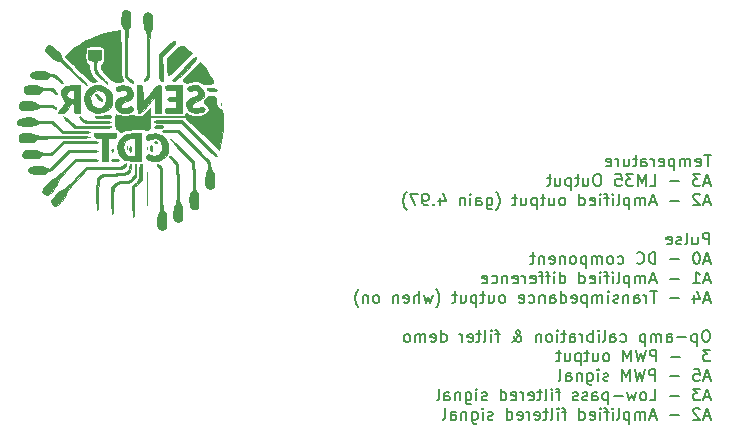
<source format=gbr>
G04 #@! TF.GenerationSoftware,KiCad,Pcbnew,5.1.5+dfsg1-2build2*
G04 #@! TF.CreationDate,2021-11-30T21:55:48+00:00*
G04 #@! TF.ProjectId,shield,73686965-6c64-42e6-9b69-6361645f7063,rev?*
G04 #@! TF.SameCoordinates,Original*
G04 #@! TF.FileFunction,Legend,Bot*
G04 #@! TF.FilePolarity,Positive*
%FSLAX46Y46*%
G04 Gerber Fmt 4.6, Leading zero omitted, Abs format (unit mm)*
G04 Created by KiCad (PCBNEW 5.1.5+dfsg1-2build2) date 2021-11-30 21:55:48*
%MOMM*%
%LPD*%
G04 APERTURE LIST*
%ADD10C,0.150000*%
%ADD11C,0.010000*%
G04 APERTURE END LIST*
D10*
X66607261Y32672620D02*
X66035833Y32672620D01*
X66321547Y31672620D02*
X66321547Y32672620D01*
X65321547Y31720239D02*
X65416785Y31672620D01*
X65607261Y31672620D01*
X65702500Y31720239D01*
X65750119Y31815477D01*
X65750119Y32196429D01*
X65702500Y32291667D01*
X65607261Y32339286D01*
X65416785Y32339286D01*
X65321547Y32291667D01*
X65273928Y32196429D01*
X65273928Y32101191D01*
X65750119Y32005953D01*
X64845357Y31672620D02*
X64845357Y32339286D01*
X64845357Y32244048D02*
X64797738Y32291667D01*
X64702500Y32339286D01*
X64559642Y32339286D01*
X64464404Y32291667D01*
X64416785Y32196429D01*
X64416785Y31672620D01*
X64416785Y32196429D02*
X64369166Y32291667D01*
X64273928Y32339286D01*
X64131071Y32339286D01*
X64035833Y32291667D01*
X63988214Y32196429D01*
X63988214Y31672620D01*
X63512023Y32339286D02*
X63512023Y31339286D01*
X63512023Y32291667D02*
X63416785Y32339286D01*
X63226309Y32339286D01*
X63131071Y32291667D01*
X63083452Y32244048D01*
X63035833Y32148810D01*
X63035833Y31863096D01*
X63083452Y31767858D01*
X63131071Y31720239D01*
X63226309Y31672620D01*
X63416785Y31672620D01*
X63512023Y31720239D01*
X62226309Y31720239D02*
X62321547Y31672620D01*
X62512023Y31672620D01*
X62607261Y31720239D01*
X62654880Y31815477D01*
X62654880Y32196429D01*
X62607261Y32291667D01*
X62512023Y32339286D01*
X62321547Y32339286D01*
X62226309Y32291667D01*
X62178690Y32196429D01*
X62178690Y32101191D01*
X62654880Y32005953D01*
X61750119Y31672620D02*
X61750119Y32339286D01*
X61750119Y32148810D02*
X61702500Y32244048D01*
X61654880Y32291667D01*
X61559642Y32339286D01*
X61464404Y32339286D01*
X60702500Y31672620D02*
X60702500Y32196429D01*
X60750119Y32291667D01*
X60845357Y32339286D01*
X61035833Y32339286D01*
X61131071Y32291667D01*
X60702500Y31720239D02*
X60797738Y31672620D01*
X61035833Y31672620D01*
X61131071Y31720239D01*
X61178690Y31815477D01*
X61178690Y31910715D01*
X61131071Y32005953D01*
X61035833Y32053572D01*
X60797738Y32053572D01*
X60702500Y32101191D01*
X60369166Y32339286D02*
X59988214Y32339286D01*
X60226309Y32672620D02*
X60226309Y31815477D01*
X60178690Y31720239D01*
X60083452Y31672620D01*
X59988214Y31672620D01*
X59226309Y32339286D02*
X59226309Y31672620D01*
X59654880Y32339286D02*
X59654880Y31815477D01*
X59607261Y31720239D01*
X59512023Y31672620D01*
X59369166Y31672620D01*
X59273928Y31720239D01*
X59226309Y31767858D01*
X58750119Y31672620D02*
X58750119Y32339286D01*
X58750119Y32148810D02*
X58702500Y32244048D01*
X58654880Y32291667D01*
X58559642Y32339286D01*
X58464404Y32339286D01*
X57750119Y31720239D02*
X57845357Y31672620D01*
X58035833Y31672620D01*
X58131071Y31720239D01*
X58178690Y31815477D01*
X58178690Y32196429D01*
X58131071Y32291667D01*
X58035833Y32339286D01*
X57845357Y32339286D01*
X57750119Y32291667D01*
X57702500Y32196429D01*
X57702500Y32101191D01*
X58178690Y32005953D01*
X66512023Y30308334D02*
X66035833Y30308334D01*
X66607261Y30022620D02*
X66273928Y31022620D01*
X65940595Y30022620D01*
X65702500Y31022620D02*
X65083452Y31022620D01*
X65416785Y30641667D01*
X65273928Y30641667D01*
X65178690Y30594048D01*
X65131071Y30546429D01*
X65083452Y30451191D01*
X65083452Y30213096D01*
X65131071Y30117858D01*
X65178690Y30070239D01*
X65273928Y30022620D01*
X65559642Y30022620D01*
X65654880Y30070239D01*
X65702500Y30117858D01*
X63892976Y30403572D02*
X63131071Y30403572D01*
X61416785Y30022620D02*
X61892976Y30022620D01*
X61892976Y31022620D01*
X61083452Y30022620D02*
X61083452Y31022620D01*
X60750119Y30308334D01*
X60416785Y31022620D01*
X60416785Y30022620D01*
X60035833Y31022620D02*
X59416785Y31022620D01*
X59750119Y30641667D01*
X59607261Y30641667D01*
X59512023Y30594048D01*
X59464404Y30546429D01*
X59416785Y30451191D01*
X59416785Y30213096D01*
X59464404Y30117858D01*
X59512023Y30070239D01*
X59607261Y30022620D01*
X59892976Y30022620D01*
X59988214Y30070239D01*
X60035833Y30117858D01*
X58512023Y31022620D02*
X58988214Y31022620D01*
X59035833Y30546429D01*
X58988214Y30594048D01*
X58892976Y30641667D01*
X58654880Y30641667D01*
X58559642Y30594048D01*
X58512023Y30546429D01*
X58464404Y30451191D01*
X58464404Y30213096D01*
X58512023Y30117858D01*
X58559642Y30070239D01*
X58654880Y30022620D01*
X58892976Y30022620D01*
X58988214Y30070239D01*
X59035833Y30117858D01*
X57083452Y31022620D02*
X56892976Y31022620D01*
X56797738Y30975000D01*
X56702500Y30879762D01*
X56654880Y30689286D01*
X56654880Y30355953D01*
X56702500Y30165477D01*
X56797738Y30070239D01*
X56892976Y30022620D01*
X57083452Y30022620D01*
X57178690Y30070239D01*
X57273928Y30165477D01*
X57321547Y30355953D01*
X57321547Y30689286D01*
X57273928Y30879762D01*
X57178690Y30975000D01*
X57083452Y31022620D01*
X55797738Y30689286D02*
X55797738Y30022620D01*
X56226309Y30689286D02*
X56226309Y30165477D01*
X56178690Y30070239D01*
X56083452Y30022620D01*
X55940595Y30022620D01*
X55845357Y30070239D01*
X55797738Y30117858D01*
X55464404Y30689286D02*
X55083452Y30689286D01*
X55321547Y31022620D02*
X55321547Y30165477D01*
X55273928Y30070239D01*
X55178690Y30022620D01*
X55083452Y30022620D01*
X54750119Y30689286D02*
X54750119Y29689286D01*
X54750119Y30641667D02*
X54654880Y30689286D01*
X54464404Y30689286D01*
X54369166Y30641667D01*
X54321547Y30594048D01*
X54273928Y30498810D01*
X54273928Y30213096D01*
X54321547Y30117858D01*
X54369166Y30070239D01*
X54464404Y30022620D01*
X54654880Y30022620D01*
X54750119Y30070239D01*
X53416785Y30689286D02*
X53416785Y30022620D01*
X53845357Y30689286D02*
X53845357Y30165477D01*
X53797738Y30070239D01*
X53702500Y30022620D01*
X53559642Y30022620D01*
X53464404Y30070239D01*
X53416785Y30117858D01*
X53083452Y30689286D02*
X52702500Y30689286D01*
X52940595Y31022620D02*
X52940595Y30165477D01*
X52892976Y30070239D01*
X52797738Y30022620D01*
X52702500Y30022620D01*
X66512023Y28658334D02*
X66035833Y28658334D01*
X66607261Y28372620D02*
X66273928Y29372620D01*
X65940595Y28372620D01*
X65654880Y29277381D02*
X65607261Y29325000D01*
X65512023Y29372620D01*
X65273928Y29372620D01*
X65178690Y29325000D01*
X65131071Y29277381D01*
X65083452Y29182143D01*
X65083452Y29086905D01*
X65131071Y28944048D01*
X65702500Y28372620D01*
X65083452Y28372620D01*
X63892976Y28753572D02*
X63131071Y28753572D01*
X61940595Y28658334D02*
X61464404Y28658334D01*
X62035833Y28372620D02*
X61702500Y29372620D01*
X61369166Y28372620D01*
X61035833Y28372620D02*
X61035833Y29039286D01*
X61035833Y28944048D02*
X60988214Y28991667D01*
X60892976Y29039286D01*
X60750119Y29039286D01*
X60654880Y28991667D01*
X60607261Y28896429D01*
X60607261Y28372620D01*
X60607261Y28896429D02*
X60559642Y28991667D01*
X60464404Y29039286D01*
X60321547Y29039286D01*
X60226309Y28991667D01*
X60178690Y28896429D01*
X60178690Y28372620D01*
X59702500Y29039286D02*
X59702500Y28039286D01*
X59702500Y28991667D02*
X59607261Y29039286D01*
X59416785Y29039286D01*
X59321547Y28991667D01*
X59273928Y28944048D01*
X59226309Y28848810D01*
X59226309Y28563096D01*
X59273928Y28467858D01*
X59321547Y28420239D01*
X59416785Y28372620D01*
X59607261Y28372620D01*
X59702500Y28420239D01*
X58654880Y28372620D02*
X58750119Y28420239D01*
X58797738Y28515477D01*
X58797738Y29372620D01*
X58273928Y28372620D02*
X58273928Y29039286D01*
X58273928Y29372620D02*
X58321547Y29325000D01*
X58273928Y29277381D01*
X58226309Y29325000D01*
X58273928Y29372620D01*
X58273928Y29277381D01*
X57940595Y29039286D02*
X57559642Y29039286D01*
X57797738Y28372620D02*
X57797738Y29229762D01*
X57750119Y29325000D01*
X57654880Y29372620D01*
X57559642Y29372620D01*
X57226309Y28372620D02*
X57226309Y29039286D01*
X57226309Y29372620D02*
X57273928Y29325000D01*
X57226309Y29277381D01*
X57178690Y29325000D01*
X57226309Y29372620D01*
X57226309Y29277381D01*
X56369166Y28420239D02*
X56464404Y28372620D01*
X56654880Y28372620D01*
X56750119Y28420239D01*
X56797738Y28515477D01*
X56797738Y28896429D01*
X56750119Y28991667D01*
X56654880Y29039286D01*
X56464404Y29039286D01*
X56369166Y28991667D01*
X56321547Y28896429D01*
X56321547Y28801191D01*
X56797738Y28705953D01*
X55464404Y28372620D02*
X55464404Y29372620D01*
X55464404Y28420239D02*
X55559642Y28372620D01*
X55750119Y28372620D01*
X55845357Y28420239D01*
X55892976Y28467858D01*
X55940595Y28563096D01*
X55940595Y28848810D01*
X55892976Y28944048D01*
X55845357Y28991667D01*
X55750119Y29039286D01*
X55559642Y29039286D01*
X55464404Y28991667D01*
X54083452Y28372620D02*
X54178690Y28420239D01*
X54226309Y28467858D01*
X54273928Y28563096D01*
X54273928Y28848810D01*
X54226309Y28944048D01*
X54178690Y28991667D01*
X54083452Y29039286D01*
X53940595Y29039286D01*
X53845357Y28991667D01*
X53797738Y28944048D01*
X53750119Y28848810D01*
X53750119Y28563096D01*
X53797738Y28467858D01*
X53845357Y28420239D01*
X53940595Y28372620D01*
X54083452Y28372620D01*
X52892976Y29039286D02*
X52892976Y28372620D01*
X53321547Y29039286D02*
X53321547Y28515477D01*
X53273928Y28420239D01*
X53178690Y28372620D01*
X53035833Y28372620D01*
X52940595Y28420239D01*
X52892976Y28467858D01*
X52559642Y29039286D02*
X52178690Y29039286D01*
X52416785Y29372620D02*
X52416785Y28515477D01*
X52369166Y28420239D01*
X52273928Y28372620D01*
X52178690Y28372620D01*
X51845357Y29039286D02*
X51845357Y28039286D01*
X51845357Y28991667D02*
X51750119Y29039286D01*
X51559642Y29039286D01*
X51464404Y28991667D01*
X51416785Y28944048D01*
X51369166Y28848810D01*
X51369166Y28563096D01*
X51416785Y28467858D01*
X51464404Y28420239D01*
X51559642Y28372620D01*
X51750119Y28372620D01*
X51845357Y28420239D01*
X50512023Y29039286D02*
X50512023Y28372620D01*
X50940595Y29039286D02*
X50940595Y28515477D01*
X50892976Y28420239D01*
X50797738Y28372620D01*
X50654880Y28372620D01*
X50559642Y28420239D01*
X50512023Y28467858D01*
X50178690Y29039286D02*
X49797738Y29039286D01*
X50035833Y29372620D02*
X50035833Y28515477D01*
X49988214Y28420239D01*
X49892976Y28372620D01*
X49797738Y28372620D01*
X48416785Y27991667D02*
X48464404Y28039286D01*
X48559642Y28182143D01*
X48607261Y28277381D01*
X48654880Y28420239D01*
X48702500Y28658334D01*
X48702500Y28848810D01*
X48654880Y29086905D01*
X48607261Y29229762D01*
X48559642Y29325000D01*
X48464404Y29467858D01*
X48416785Y29515477D01*
X47607261Y29039286D02*
X47607261Y28229762D01*
X47654880Y28134524D01*
X47702500Y28086905D01*
X47797738Y28039286D01*
X47940595Y28039286D01*
X48035833Y28086905D01*
X47607261Y28420239D02*
X47702500Y28372620D01*
X47892976Y28372620D01*
X47988214Y28420239D01*
X48035833Y28467858D01*
X48083452Y28563096D01*
X48083452Y28848810D01*
X48035833Y28944048D01*
X47988214Y28991667D01*
X47892976Y29039286D01*
X47702500Y29039286D01*
X47607261Y28991667D01*
X46702500Y28372620D02*
X46702500Y28896429D01*
X46750119Y28991667D01*
X46845357Y29039286D01*
X47035833Y29039286D01*
X47131071Y28991667D01*
X46702500Y28420239D02*
X46797738Y28372620D01*
X47035833Y28372620D01*
X47131071Y28420239D01*
X47178690Y28515477D01*
X47178690Y28610715D01*
X47131071Y28705953D01*
X47035833Y28753572D01*
X46797738Y28753572D01*
X46702500Y28801191D01*
X46226309Y28372620D02*
X46226309Y29039286D01*
X46226309Y29372620D02*
X46273928Y29325000D01*
X46226309Y29277381D01*
X46178690Y29325000D01*
X46226309Y29372620D01*
X46226309Y29277381D01*
X45750119Y29039286D02*
X45750119Y28372620D01*
X45750119Y28944048D02*
X45702500Y28991667D01*
X45607261Y29039286D01*
X45464404Y29039286D01*
X45369166Y28991667D01*
X45321547Y28896429D01*
X45321547Y28372620D01*
X43654880Y29039286D02*
X43654880Y28372620D01*
X43892976Y29420239D02*
X44131071Y28705953D01*
X43512023Y28705953D01*
X43131071Y28467858D02*
X43083452Y28420239D01*
X43131071Y28372620D01*
X43178690Y28420239D01*
X43131071Y28467858D01*
X43131071Y28372620D01*
X42607261Y28372620D02*
X42416785Y28372620D01*
X42321547Y28420239D01*
X42273928Y28467858D01*
X42178690Y28610715D01*
X42131071Y28801191D01*
X42131071Y29182143D01*
X42178690Y29277381D01*
X42226309Y29325000D01*
X42321547Y29372620D01*
X42512023Y29372620D01*
X42607261Y29325000D01*
X42654880Y29277381D01*
X42702500Y29182143D01*
X42702500Y28944048D01*
X42654880Y28848810D01*
X42607261Y28801191D01*
X42512023Y28753572D01*
X42321547Y28753572D01*
X42226309Y28801191D01*
X42178690Y28848810D01*
X42131071Y28944048D01*
X41797738Y29372620D02*
X41131071Y29372620D01*
X41559642Y28372620D01*
X40845357Y27991667D02*
X40797738Y28039286D01*
X40702500Y28182143D01*
X40654880Y28277381D01*
X40607261Y28420239D01*
X40559642Y28658334D01*
X40559642Y28848810D01*
X40607261Y29086905D01*
X40654880Y29229762D01*
X40702500Y29325000D01*
X40797738Y29467858D01*
X40845357Y29515477D01*
X66464404Y25072620D02*
X66464404Y26072620D01*
X66083452Y26072620D01*
X65988214Y26025000D01*
X65940595Y25977381D01*
X65892976Y25882143D01*
X65892976Y25739286D01*
X65940595Y25644048D01*
X65988214Y25596429D01*
X66083452Y25548810D01*
X66464404Y25548810D01*
X65035833Y25739286D02*
X65035833Y25072620D01*
X65464404Y25739286D02*
X65464404Y25215477D01*
X65416785Y25120239D01*
X65321547Y25072620D01*
X65178690Y25072620D01*
X65083452Y25120239D01*
X65035833Y25167858D01*
X64416785Y25072620D02*
X64512023Y25120239D01*
X64559642Y25215477D01*
X64559642Y26072620D01*
X64083452Y25120239D02*
X63988214Y25072620D01*
X63797738Y25072620D01*
X63702500Y25120239D01*
X63654880Y25215477D01*
X63654880Y25263096D01*
X63702500Y25358334D01*
X63797738Y25405953D01*
X63940595Y25405953D01*
X64035833Y25453572D01*
X64083452Y25548810D01*
X64083452Y25596429D01*
X64035833Y25691667D01*
X63940595Y25739286D01*
X63797738Y25739286D01*
X63702500Y25691667D01*
X62845357Y25120239D02*
X62940595Y25072620D01*
X63131071Y25072620D01*
X63226309Y25120239D01*
X63273928Y25215477D01*
X63273928Y25596429D01*
X63226309Y25691667D01*
X63131071Y25739286D01*
X62940595Y25739286D01*
X62845357Y25691667D01*
X62797738Y25596429D01*
X62797738Y25501191D01*
X63273928Y25405953D01*
X66512023Y23708334D02*
X66035833Y23708334D01*
X66607261Y23422620D02*
X66273928Y24422620D01*
X65940595Y23422620D01*
X65416785Y24422620D02*
X65321547Y24422620D01*
X65226309Y24375000D01*
X65178690Y24327381D01*
X65131071Y24232143D01*
X65083452Y24041667D01*
X65083452Y23803572D01*
X65131071Y23613096D01*
X65178690Y23517858D01*
X65226309Y23470239D01*
X65321547Y23422620D01*
X65416785Y23422620D01*
X65512023Y23470239D01*
X65559642Y23517858D01*
X65607261Y23613096D01*
X65654880Y23803572D01*
X65654880Y24041667D01*
X65607261Y24232143D01*
X65559642Y24327381D01*
X65512023Y24375000D01*
X65416785Y24422620D01*
X63892976Y23803572D02*
X63131071Y23803572D01*
X61892976Y23422620D02*
X61892976Y24422620D01*
X61654880Y24422620D01*
X61512023Y24375000D01*
X61416785Y24279762D01*
X61369166Y24184524D01*
X61321547Y23994048D01*
X61321547Y23851191D01*
X61369166Y23660715D01*
X61416785Y23565477D01*
X61512023Y23470239D01*
X61654880Y23422620D01*
X61892976Y23422620D01*
X60321547Y23517858D02*
X60369166Y23470239D01*
X60512023Y23422620D01*
X60607261Y23422620D01*
X60750119Y23470239D01*
X60845357Y23565477D01*
X60892976Y23660715D01*
X60940595Y23851191D01*
X60940595Y23994048D01*
X60892976Y24184524D01*
X60845357Y24279762D01*
X60750119Y24375000D01*
X60607261Y24422620D01*
X60512023Y24422620D01*
X60369166Y24375000D01*
X60321547Y24327381D01*
X58702500Y23470239D02*
X58797738Y23422620D01*
X58988214Y23422620D01*
X59083452Y23470239D01*
X59131071Y23517858D01*
X59178690Y23613096D01*
X59178690Y23898810D01*
X59131071Y23994048D01*
X59083452Y24041667D01*
X58988214Y24089286D01*
X58797738Y24089286D01*
X58702500Y24041667D01*
X58131071Y23422620D02*
X58226309Y23470239D01*
X58273928Y23517858D01*
X58321547Y23613096D01*
X58321547Y23898810D01*
X58273928Y23994048D01*
X58226309Y24041667D01*
X58131071Y24089286D01*
X57988214Y24089286D01*
X57892976Y24041667D01*
X57845357Y23994048D01*
X57797738Y23898810D01*
X57797738Y23613096D01*
X57845357Y23517858D01*
X57892976Y23470239D01*
X57988214Y23422620D01*
X58131071Y23422620D01*
X57369166Y23422620D02*
X57369166Y24089286D01*
X57369166Y23994048D02*
X57321547Y24041667D01*
X57226309Y24089286D01*
X57083452Y24089286D01*
X56988214Y24041667D01*
X56940595Y23946429D01*
X56940595Y23422620D01*
X56940595Y23946429D02*
X56892976Y24041667D01*
X56797738Y24089286D01*
X56654880Y24089286D01*
X56559642Y24041667D01*
X56512023Y23946429D01*
X56512023Y23422620D01*
X56035833Y24089286D02*
X56035833Y23089286D01*
X56035833Y24041667D02*
X55940595Y24089286D01*
X55750119Y24089286D01*
X55654880Y24041667D01*
X55607261Y23994048D01*
X55559642Y23898810D01*
X55559642Y23613096D01*
X55607261Y23517858D01*
X55654880Y23470239D01*
X55750119Y23422620D01*
X55940595Y23422620D01*
X56035833Y23470239D01*
X54988214Y23422620D02*
X55083452Y23470239D01*
X55131071Y23517858D01*
X55178690Y23613096D01*
X55178690Y23898810D01*
X55131071Y23994048D01*
X55083452Y24041667D01*
X54988214Y24089286D01*
X54845357Y24089286D01*
X54750119Y24041667D01*
X54702500Y23994048D01*
X54654880Y23898810D01*
X54654880Y23613096D01*
X54702500Y23517858D01*
X54750119Y23470239D01*
X54845357Y23422620D01*
X54988214Y23422620D01*
X54226309Y24089286D02*
X54226309Y23422620D01*
X54226309Y23994048D02*
X54178690Y24041667D01*
X54083452Y24089286D01*
X53940595Y24089286D01*
X53845357Y24041667D01*
X53797738Y23946429D01*
X53797738Y23422620D01*
X52940595Y23470239D02*
X53035833Y23422620D01*
X53226309Y23422620D01*
X53321547Y23470239D01*
X53369166Y23565477D01*
X53369166Y23946429D01*
X53321547Y24041667D01*
X53226309Y24089286D01*
X53035833Y24089286D01*
X52940595Y24041667D01*
X52892976Y23946429D01*
X52892976Y23851191D01*
X53369166Y23755953D01*
X52464404Y24089286D02*
X52464404Y23422620D01*
X52464404Y23994048D02*
X52416785Y24041667D01*
X52321547Y24089286D01*
X52178690Y24089286D01*
X52083452Y24041667D01*
X52035833Y23946429D01*
X52035833Y23422620D01*
X51702500Y24089286D02*
X51321547Y24089286D01*
X51559642Y24422620D02*
X51559642Y23565477D01*
X51512023Y23470239D01*
X51416785Y23422620D01*
X51321547Y23422620D01*
X66512023Y22058334D02*
X66035833Y22058334D01*
X66607261Y21772620D02*
X66273928Y22772620D01*
X65940595Y21772620D01*
X65083452Y21772620D02*
X65654880Y21772620D01*
X65369166Y21772620D02*
X65369166Y22772620D01*
X65464404Y22629762D01*
X65559642Y22534524D01*
X65654880Y22486905D01*
X63892976Y22153572D02*
X63131071Y22153572D01*
X61940595Y22058334D02*
X61464404Y22058334D01*
X62035833Y21772620D02*
X61702500Y22772620D01*
X61369166Y21772620D01*
X61035833Y21772620D02*
X61035833Y22439286D01*
X61035833Y22344048D02*
X60988214Y22391667D01*
X60892976Y22439286D01*
X60750119Y22439286D01*
X60654880Y22391667D01*
X60607261Y22296429D01*
X60607261Y21772620D01*
X60607261Y22296429D02*
X60559642Y22391667D01*
X60464404Y22439286D01*
X60321547Y22439286D01*
X60226309Y22391667D01*
X60178690Y22296429D01*
X60178690Y21772620D01*
X59702500Y22439286D02*
X59702500Y21439286D01*
X59702500Y22391667D02*
X59607261Y22439286D01*
X59416785Y22439286D01*
X59321547Y22391667D01*
X59273928Y22344048D01*
X59226309Y22248810D01*
X59226309Y21963096D01*
X59273928Y21867858D01*
X59321547Y21820239D01*
X59416785Y21772620D01*
X59607261Y21772620D01*
X59702500Y21820239D01*
X58654880Y21772620D02*
X58750119Y21820239D01*
X58797738Y21915477D01*
X58797738Y22772620D01*
X58273928Y21772620D02*
X58273928Y22439286D01*
X58273928Y22772620D02*
X58321547Y22725000D01*
X58273928Y22677381D01*
X58226309Y22725000D01*
X58273928Y22772620D01*
X58273928Y22677381D01*
X57940595Y22439286D02*
X57559642Y22439286D01*
X57797738Y21772620D02*
X57797738Y22629762D01*
X57750119Y22725000D01*
X57654880Y22772620D01*
X57559642Y22772620D01*
X57226309Y21772620D02*
X57226309Y22439286D01*
X57226309Y22772620D02*
X57273928Y22725000D01*
X57226309Y22677381D01*
X57178690Y22725000D01*
X57226309Y22772620D01*
X57226309Y22677381D01*
X56369166Y21820239D02*
X56464404Y21772620D01*
X56654880Y21772620D01*
X56750119Y21820239D01*
X56797738Y21915477D01*
X56797738Y22296429D01*
X56750119Y22391667D01*
X56654880Y22439286D01*
X56464404Y22439286D01*
X56369166Y22391667D01*
X56321547Y22296429D01*
X56321547Y22201191D01*
X56797738Y22105953D01*
X55464404Y21772620D02*
X55464404Y22772620D01*
X55464404Y21820239D02*
X55559642Y21772620D01*
X55750119Y21772620D01*
X55845357Y21820239D01*
X55892976Y21867858D01*
X55940595Y21963096D01*
X55940595Y22248810D01*
X55892976Y22344048D01*
X55845357Y22391667D01*
X55750119Y22439286D01*
X55559642Y22439286D01*
X55464404Y22391667D01*
X53797738Y21772620D02*
X53797738Y22772620D01*
X53797738Y21820239D02*
X53892976Y21772620D01*
X54083452Y21772620D01*
X54178690Y21820239D01*
X54226309Y21867858D01*
X54273928Y21963096D01*
X54273928Y22248810D01*
X54226309Y22344048D01*
X54178690Y22391667D01*
X54083452Y22439286D01*
X53892976Y22439286D01*
X53797738Y22391667D01*
X53321547Y21772620D02*
X53321547Y22439286D01*
X53321547Y22772620D02*
X53369166Y22725000D01*
X53321547Y22677381D01*
X53273928Y22725000D01*
X53321547Y22772620D01*
X53321547Y22677381D01*
X52988214Y22439286D02*
X52607261Y22439286D01*
X52845357Y21772620D02*
X52845357Y22629762D01*
X52797738Y22725000D01*
X52702500Y22772620D01*
X52607261Y22772620D01*
X52416785Y22439286D02*
X52035833Y22439286D01*
X52273928Y21772620D02*
X52273928Y22629762D01*
X52226309Y22725000D01*
X52131071Y22772620D01*
X52035833Y22772620D01*
X51321547Y21820239D02*
X51416785Y21772620D01*
X51607261Y21772620D01*
X51702500Y21820239D01*
X51750119Y21915477D01*
X51750119Y22296429D01*
X51702500Y22391667D01*
X51607261Y22439286D01*
X51416785Y22439286D01*
X51321547Y22391667D01*
X51273928Y22296429D01*
X51273928Y22201191D01*
X51750119Y22105953D01*
X50845357Y21772620D02*
X50845357Y22439286D01*
X50845357Y22248810D02*
X50797738Y22344048D01*
X50750119Y22391667D01*
X50654880Y22439286D01*
X50559642Y22439286D01*
X49845357Y21820239D02*
X49940595Y21772620D01*
X50131071Y21772620D01*
X50226309Y21820239D01*
X50273928Y21915477D01*
X50273928Y22296429D01*
X50226309Y22391667D01*
X50131071Y22439286D01*
X49940595Y22439286D01*
X49845357Y22391667D01*
X49797738Y22296429D01*
X49797738Y22201191D01*
X50273928Y22105953D01*
X49369166Y22439286D02*
X49369166Y21772620D01*
X49369166Y22344048D02*
X49321547Y22391667D01*
X49226309Y22439286D01*
X49083452Y22439286D01*
X48988214Y22391667D01*
X48940595Y22296429D01*
X48940595Y21772620D01*
X48035833Y21820239D02*
X48131071Y21772620D01*
X48321547Y21772620D01*
X48416785Y21820239D01*
X48464404Y21867858D01*
X48512023Y21963096D01*
X48512023Y22248810D01*
X48464404Y22344048D01*
X48416785Y22391667D01*
X48321547Y22439286D01*
X48131071Y22439286D01*
X48035833Y22391667D01*
X47226309Y21820239D02*
X47321547Y21772620D01*
X47512023Y21772620D01*
X47607261Y21820239D01*
X47654880Y21915477D01*
X47654880Y22296429D01*
X47607261Y22391667D01*
X47512023Y22439286D01*
X47321547Y22439286D01*
X47226309Y22391667D01*
X47178690Y22296429D01*
X47178690Y22201191D01*
X47654880Y22105953D01*
X66512023Y20408334D02*
X66035833Y20408334D01*
X66607261Y20122620D02*
X66273928Y21122620D01*
X65940595Y20122620D01*
X65178690Y20789286D02*
X65178690Y20122620D01*
X65416785Y21170239D02*
X65654880Y20455953D01*
X65035833Y20455953D01*
X63892976Y20503572D02*
X63131071Y20503572D01*
X62035833Y21122620D02*
X61464404Y21122620D01*
X61750119Y20122620D02*
X61750119Y21122620D01*
X61131071Y20122620D02*
X61131071Y20789286D01*
X61131071Y20598810D02*
X61083452Y20694048D01*
X61035833Y20741667D01*
X60940595Y20789286D01*
X60845357Y20789286D01*
X60083452Y20122620D02*
X60083452Y20646429D01*
X60131071Y20741667D01*
X60226309Y20789286D01*
X60416785Y20789286D01*
X60512023Y20741667D01*
X60083452Y20170239D02*
X60178690Y20122620D01*
X60416785Y20122620D01*
X60512023Y20170239D01*
X60559642Y20265477D01*
X60559642Y20360715D01*
X60512023Y20455953D01*
X60416785Y20503572D01*
X60178690Y20503572D01*
X60083452Y20551191D01*
X59607261Y20789286D02*
X59607261Y20122620D01*
X59607261Y20694048D02*
X59559642Y20741667D01*
X59464404Y20789286D01*
X59321547Y20789286D01*
X59226309Y20741667D01*
X59178690Y20646429D01*
X59178690Y20122620D01*
X58750119Y20170239D02*
X58654880Y20122620D01*
X58464404Y20122620D01*
X58369166Y20170239D01*
X58321547Y20265477D01*
X58321547Y20313096D01*
X58369166Y20408334D01*
X58464404Y20455953D01*
X58607261Y20455953D01*
X58702500Y20503572D01*
X58750119Y20598810D01*
X58750119Y20646429D01*
X58702500Y20741667D01*
X58607261Y20789286D01*
X58464404Y20789286D01*
X58369166Y20741667D01*
X57892976Y20122620D02*
X57892976Y20789286D01*
X57892976Y21122620D02*
X57940595Y21075000D01*
X57892976Y21027381D01*
X57845357Y21075000D01*
X57892976Y21122620D01*
X57892976Y21027381D01*
X57416785Y20122620D02*
X57416785Y20789286D01*
X57416785Y20694048D02*
X57369166Y20741667D01*
X57273928Y20789286D01*
X57131071Y20789286D01*
X57035833Y20741667D01*
X56988214Y20646429D01*
X56988214Y20122620D01*
X56988214Y20646429D02*
X56940595Y20741667D01*
X56845357Y20789286D01*
X56702500Y20789286D01*
X56607261Y20741667D01*
X56559642Y20646429D01*
X56559642Y20122620D01*
X56083452Y20789286D02*
X56083452Y19789286D01*
X56083452Y20741667D02*
X55988214Y20789286D01*
X55797738Y20789286D01*
X55702500Y20741667D01*
X55654880Y20694048D01*
X55607261Y20598810D01*
X55607261Y20313096D01*
X55654880Y20217858D01*
X55702500Y20170239D01*
X55797738Y20122620D01*
X55988214Y20122620D01*
X56083452Y20170239D01*
X54797738Y20170239D02*
X54892976Y20122620D01*
X55083452Y20122620D01*
X55178690Y20170239D01*
X55226309Y20265477D01*
X55226309Y20646429D01*
X55178690Y20741667D01*
X55083452Y20789286D01*
X54892976Y20789286D01*
X54797738Y20741667D01*
X54750119Y20646429D01*
X54750119Y20551191D01*
X55226309Y20455953D01*
X53892976Y20122620D02*
X53892976Y21122620D01*
X53892976Y20170239D02*
X53988214Y20122620D01*
X54178690Y20122620D01*
X54273928Y20170239D01*
X54321547Y20217858D01*
X54369166Y20313096D01*
X54369166Y20598810D01*
X54321547Y20694048D01*
X54273928Y20741667D01*
X54178690Y20789286D01*
X53988214Y20789286D01*
X53892976Y20741667D01*
X52988214Y20122620D02*
X52988214Y20646429D01*
X53035833Y20741667D01*
X53131071Y20789286D01*
X53321547Y20789286D01*
X53416785Y20741667D01*
X52988214Y20170239D02*
X53083452Y20122620D01*
X53321547Y20122620D01*
X53416785Y20170239D01*
X53464404Y20265477D01*
X53464404Y20360715D01*
X53416785Y20455953D01*
X53321547Y20503572D01*
X53083452Y20503572D01*
X52988214Y20551191D01*
X52512023Y20789286D02*
X52512023Y20122620D01*
X52512023Y20694048D02*
X52464404Y20741667D01*
X52369166Y20789286D01*
X52226309Y20789286D01*
X52131071Y20741667D01*
X52083452Y20646429D01*
X52083452Y20122620D01*
X51178690Y20170239D02*
X51273928Y20122620D01*
X51464404Y20122620D01*
X51559642Y20170239D01*
X51607261Y20217858D01*
X51654880Y20313096D01*
X51654880Y20598810D01*
X51607261Y20694048D01*
X51559642Y20741667D01*
X51464404Y20789286D01*
X51273928Y20789286D01*
X51178690Y20741667D01*
X50369166Y20170239D02*
X50464404Y20122620D01*
X50654880Y20122620D01*
X50750119Y20170239D01*
X50797738Y20265477D01*
X50797738Y20646429D01*
X50750119Y20741667D01*
X50654880Y20789286D01*
X50464404Y20789286D01*
X50369166Y20741667D01*
X50321547Y20646429D01*
X50321547Y20551191D01*
X50797738Y20455953D01*
X48988214Y20122620D02*
X49083452Y20170239D01*
X49131071Y20217858D01*
X49178690Y20313096D01*
X49178690Y20598810D01*
X49131071Y20694048D01*
X49083452Y20741667D01*
X48988214Y20789286D01*
X48845357Y20789286D01*
X48750119Y20741667D01*
X48702500Y20694048D01*
X48654880Y20598810D01*
X48654880Y20313096D01*
X48702500Y20217858D01*
X48750119Y20170239D01*
X48845357Y20122620D01*
X48988214Y20122620D01*
X47797738Y20789286D02*
X47797738Y20122620D01*
X48226309Y20789286D02*
X48226309Y20265477D01*
X48178690Y20170239D01*
X48083452Y20122620D01*
X47940595Y20122620D01*
X47845357Y20170239D01*
X47797738Y20217858D01*
X47464404Y20789286D02*
X47083452Y20789286D01*
X47321547Y21122620D02*
X47321547Y20265477D01*
X47273928Y20170239D01*
X47178690Y20122620D01*
X47083452Y20122620D01*
X46750119Y20789286D02*
X46750119Y19789286D01*
X46750119Y20741667D02*
X46654880Y20789286D01*
X46464404Y20789286D01*
X46369166Y20741667D01*
X46321547Y20694048D01*
X46273928Y20598810D01*
X46273928Y20313096D01*
X46321547Y20217858D01*
X46369166Y20170239D01*
X46464404Y20122620D01*
X46654880Y20122620D01*
X46750119Y20170239D01*
X45416785Y20789286D02*
X45416785Y20122620D01*
X45845357Y20789286D02*
X45845357Y20265477D01*
X45797738Y20170239D01*
X45702500Y20122620D01*
X45559642Y20122620D01*
X45464404Y20170239D01*
X45416785Y20217858D01*
X45083452Y20789286D02*
X44702500Y20789286D01*
X44940595Y21122620D02*
X44940595Y20265477D01*
X44892976Y20170239D01*
X44797738Y20122620D01*
X44702500Y20122620D01*
X43321547Y19741667D02*
X43369166Y19789286D01*
X43464404Y19932143D01*
X43512023Y20027381D01*
X43559642Y20170239D01*
X43607261Y20408334D01*
X43607261Y20598810D01*
X43559642Y20836905D01*
X43512023Y20979762D01*
X43464404Y21075000D01*
X43369166Y21217858D01*
X43321547Y21265477D01*
X43035833Y20789286D02*
X42845357Y20122620D01*
X42654880Y20598810D01*
X42464404Y20122620D01*
X42273928Y20789286D01*
X41892976Y20122620D02*
X41892976Y21122620D01*
X41464404Y20122620D02*
X41464404Y20646429D01*
X41512023Y20741667D01*
X41607261Y20789286D01*
X41750119Y20789286D01*
X41845357Y20741667D01*
X41892976Y20694048D01*
X40607261Y20170239D02*
X40702500Y20122620D01*
X40892976Y20122620D01*
X40988214Y20170239D01*
X41035833Y20265477D01*
X41035833Y20646429D01*
X40988214Y20741667D01*
X40892976Y20789286D01*
X40702500Y20789286D01*
X40607261Y20741667D01*
X40559642Y20646429D01*
X40559642Y20551191D01*
X41035833Y20455953D01*
X40131071Y20789286D02*
X40131071Y20122620D01*
X40131071Y20694048D02*
X40083452Y20741667D01*
X39988214Y20789286D01*
X39845357Y20789286D01*
X39750119Y20741667D01*
X39702500Y20646429D01*
X39702500Y20122620D01*
X38321547Y20122620D02*
X38416785Y20170239D01*
X38464404Y20217858D01*
X38512023Y20313096D01*
X38512023Y20598810D01*
X38464404Y20694048D01*
X38416785Y20741667D01*
X38321547Y20789286D01*
X38178690Y20789286D01*
X38083452Y20741667D01*
X38035833Y20694048D01*
X37988214Y20598810D01*
X37988214Y20313096D01*
X38035833Y20217858D01*
X38083452Y20170239D01*
X38178690Y20122620D01*
X38321547Y20122620D01*
X37559642Y20789286D02*
X37559642Y20122620D01*
X37559642Y20694048D02*
X37512023Y20741667D01*
X37416785Y20789286D01*
X37273928Y20789286D01*
X37178690Y20741667D01*
X37131071Y20646429D01*
X37131071Y20122620D01*
X36750119Y19741667D02*
X36702500Y19789286D01*
X36607261Y19932143D01*
X36559642Y20027381D01*
X36512023Y20170239D01*
X36464404Y20408334D01*
X36464404Y20598810D01*
X36512023Y20836905D01*
X36559642Y20979762D01*
X36607261Y21075000D01*
X36702500Y21217858D01*
X36750119Y21265477D01*
X66273928Y17822620D02*
X66083452Y17822620D01*
X65988214Y17775000D01*
X65892976Y17679762D01*
X65845357Y17489286D01*
X65845357Y17155953D01*
X65892976Y16965477D01*
X65988214Y16870239D01*
X66083452Y16822620D01*
X66273928Y16822620D01*
X66369166Y16870239D01*
X66464404Y16965477D01*
X66512023Y17155953D01*
X66512023Y17489286D01*
X66464404Y17679762D01*
X66369166Y17775000D01*
X66273928Y17822620D01*
X65416785Y17489286D02*
X65416785Y16489286D01*
X65416785Y17441667D02*
X65321547Y17489286D01*
X65131071Y17489286D01*
X65035833Y17441667D01*
X64988214Y17394048D01*
X64940595Y17298810D01*
X64940595Y17013096D01*
X64988214Y16917858D01*
X65035833Y16870239D01*
X65131071Y16822620D01*
X65321547Y16822620D01*
X65416785Y16870239D01*
X64512023Y17203572D02*
X63750119Y17203572D01*
X62845357Y16822620D02*
X62845357Y17346429D01*
X62892976Y17441667D01*
X62988214Y17489286D01*
X63178690Y17489286D01*
X63273928Y17441667D01*
X62845357Y16870239D02*
X62940595Y16822620D01*
X63178690Y16822620D01*
X63273928Y16870239D01*
X63321547Y16965477D01*
X63321547Y17060715D01*
X63273928Y17155953D01*
X63178690Y17203572D01*
X62940595Y17203572D01*
X62845357Y17251191D01*
X62369166Y16822620D02*
X62369166Y17489286D01*
X62369166Y17394048D02*
X62321547Y17441667D01*
X62226309Y17489286D01*
X62083452Y17489286D01*
X61988214Y17441667D01*
X61940595Y17346429D01*
X61940595Y16822620D01*
X61940595Y17346429D02*
X61892976Y17441667D01*
X61797738Y17489286D01*
X61654880Y17489286D01*
X61559642Y17441667D01*
X61512023Y17346429D01*
X61512023Y16822620D01*
X61035833Y17489286D02*
X61035833Y16489286D01*
X61035833Y17441667D02*
X60940595Y17489286D01*
X60750119Y17489286D01*
X60654880Y17441667D01*
X60607261Y17394048D01*
X60559642Y17298810D01*
X60559642Y17013096D01*
X60607261Y16917858D01*
X60654880Y16870239D01*
X60750119Y16822620D01*
X60940595Y16822620D01*
X61035833Y16870239D01*
X58940595Y16870239D02*
X59035833Y16822620D01*
X59226309Y16822620D01*
X59321547Y16870239D01*
X59369166Y16917858D01*
X59416785Y17013096D01*
X59416785Y17298810D01*
X59369166Y17394048D01*
X59321547Y17441667D01*
X59226309Y17489286D01*
X59035833Y17489286D01*
X58940595Y17441667D01*
X58083452Y16822620D02*
X58083452Y17346429D01*
X58131071Y17441667D01*
X58226309Y17489286D01*
X58416785Y17489286D01*
X58512023Y17441667D01*
X58083452Y16870239D02*
X58178690Y16822620D01*
X58416785Y16822620D01*
X58512023Y16870239D01*
X58559642Y16965477D01*
X58559642Y17060715D01*
X58512023Y17155953D01*
X58416785Y17203572D01*
X58178690Y17203572D01*
X58083452Y17251191D01*
X57464404Y16822620D02*
X57559642Y16870239D01*
X57607261Y16965477D01*
X57607261Y17822620D01*
X57083452Y16822620D02*
X57083452Y17489286D01*
X57083452Y17822620D02*
X57131071Y17775000D01*
X57083452Y17727381D01*
X57035833Y17775000D01*
X57083452Y17822620D01*
X57083452Y17727381D01*
X56607261Y16822620D02*
X56607261Y17822620D01*
X56607261Y17441667D02*
X56512023Y17489286D01*
X56321547Y17489286D01*
X56226309Y17441667D01*
X56178690Y17394048D01*
X56131071Y17298810D01*
X56131071Y17013096D01*
X56178690Y16917858D01*
X56226309Y16870239D01*
X56321547Y16822620D01*
X56512023Y16822620D01*
X56607261Y16870239D01*
X55702500Y16822620D02*
X55702500Y17489286D01*
X55702500Y17298810D02*
X55654880Y17394048D01*
X55607261Y17441667D01*
X55512023Y17489286D01*
X55416785Y17489286D01*
X54654880Y16822620D02*
X54654880Y17346429D01*
X54702500Y17441667D01*
X54797738Y17489286D01*
X54988214Y17489286D01*
X55083452Y17441667D01*
X54654880Y16870239D02*
X54750119Y16822620D01*
X54988214Y16822620D01*
X55083452Y16870239D01*
X55131071Y16965477D01*
X55131071Y17060715D01*
X55083452Y17155953D01*
X54988214Y17203572D01*
X54750119Y17203572D01*
X54654880Y17251191D01*
X54321547Y17489286D02*
X53940595Y17489286D01*
X54178690Y17822620D02*
X54178690Y16965477D01*
X54131071Y16870239D01*
X54035833Y16822620D01*
X53940595Y16822620D01*
X53607261Y16822620D02*
X53607261Y17489286D01*
X53607261Y17822620D02*
X53654880Y17775000D01*
X53607261Y17727381D01*
X53559642Y17775000D01*
X53607261Y17822620D01*
X53607261Y17727381D01*
X52988214Y16822620D02*
X53083452Y16870239D01*
X53131071Y16917858D01*
X53178690Y17013096D01*
X53178690Y17298810D01*
X53131071Y17394048D01*
X53083452Y17441667D01*
X52988214Y17489286D01*
X52845357Y17489286D01*
X52750119Y17441667D01*
X52702500Y17394048D01*
X52654880Y17298810D01*
X52654880Y17013096D01*
X52702500Y16917858D01*
X52750119Y16870239D01*
X52845357Y16822620D01*
X52988214Y16822620D01*
X52226309Y17489286D02*
X52226309Y16822620D01*
X52226309Y17394048D02*
X52178690Y17441667D01*
X52083452Y17489286D01*
X51940595Y17489286D01*
X51845357Y17441667D01*
X51797738Y17346429D01*
X51797738Y16822620D01*
X49750119Y16822620D02*
X49797738Y16822620D01*
X49892976Y16870239D01*
X50035833Y17013096D01*
X50273928Y17298810D01*
X50369166Y17441667D01*
X50416785Y17584524D01*
X50416785Y17679762D01*
X50369166Y17775000D01*
X50273928Y17822620D01*
X50226309Y17822620D01*
X50131071Y17775000D01*
X50083452Y17679762D01*
X50083452Y17632143D01*
X50131071Y17536905D01*
X50178690Y17489286D01*
X50464404Y17298810D01*
X50512023Y17251191D01*
X50559642Y17155953D01*
X50559642Y17013096D01*
X50512023Y16917858D01*
X50464404Y16870239D01*
X50369166Y16822620D01*
X50226309Y16822620D01*
X50131071Y16870239D01*
X50083452Y16917858D01*
X49940595Y17108334D01*
X49892976Y17251191D01*
X49892976Y17346429D01*
X48702500Y17489286D02*
X48321547Y17489286D01*
X48559642Y16822620D02*
X48559642Y17679762D01*
X48512023Y17775000D01*
X48416785Y17822620D01*
X48321547Y17822620D01*
X47988214Y16822620D02*
X47988214Y17489286D01*
X47988214Y17822620D02*
X48035833Y17775000D01*
X47988214Y17727381D01*
X47940595Y17775000D01*
X47988214Y17822620D01*
X47988214Y17727381D01*
X47369166Y16822620D02*
X47464404Y16870239D01*
X47512023Y16965477D01*
X47512023Y17822620D01*
X47131071Y17489286D02*
X46750119Y17489286D01*
X46988214Y17822620D02*
X46988214Y16965477D01*
X46940595Y16870239D01*
X46845357Y16822620D01*
X46750119Y16822620D01*
X46035833Y16870239D02*
X46131071Y16822620D01*
X46321547Y16822620D01*
X46416785Y16870239D01*
X46464404Y16965477D01*
X46464404Y17346429D01*
X46416785Y17441667D01*
X46321547Y17489286D01*
X46131071Y17489286D01*
X46035833Y17441667D01*
X45988214Y17346429D01*
X45988214Y17251191D01*
X46464404Y17155953D01*
X45559642Y16822620D02*
X45559642Y17489286D01*
X45559642Y17298810D02*
X45512023Y17394048D01*
X45464404Y17441667D01*
X45369166Y17489286D01*
X45273928Y17489286D01*
X43750119Y16822620D02*
X43750119Y17822620D01*
X43750119Y16870239D02*
X43845357Y16822620D01*
X44035833Y16822620D01*
X44131071Y16870239D01*
X44178690Y16917858D01*
X44226309Y17013096D01*
X44226309Y17298810D01*
X44178690Y17394048D01*
X44131071Y17441667D01*
X44035833Y17489286D01*
X43845357Y17489286D01*
X43750119Y17441667D01*
X42892976Y16870239D02*
X42988214Y16822620D01*
X43178690Y16822620D01*
X43273928Y16870239D01*
X43321547Y16965477D01*
X43321547Y17346429D01*
X43273928Y17441667D01*
X43178690Y17489286D01*
X42988214Y17489286D01*
X42892976Y17441667D01*
X42845357Y17346429D01*
X42845357Y17251191D01*
X43321547Y17155953D01*
X42416785Y16822620D02*
X42416785Y17489286D01*
X42416785Y17394048D02*
X42369166Y17441667D01*
X42273928Y17489286D01*
X42131071Y17489286D01*
X42035833Y17441667D01*
X41988214Y17346429D01*
X41988214Y16822620D01*
X41988214Y17346429D02*
X41940595Y17441667D01*
X41845357Y17489286D01*
X41702500Y17489286D01*
X41607261Y17441667D01*
X41559642Y17346429D01*
X41559642Y16822620D01*
X40940595Y16822620D02*
X41035833Y16870239D01*
X41083452Y16917858D01*
X41131071Y17013096D01*
X41131071Y17298810D01*
X41083452Y17394048D01*
X41035833Y17441667D01*
X40940595Y17489286D01*
X40797738Y17489286D01*
X40702500Y17441667D01*
X40654880Y17394048D01*
X40607261Y17298810D01*
X40607261Y17013096D01*
X40654880Y16917858D01*
X40702500Y16870239D01*
X40797738Y16822620D01*
X40940595Y16822620D01*
X66559642Y16172620D02*
X65940595Y16172620D01*
X66273928Y15791667D01*
X66131071Y15791667D01*
X66035833Y15744048D01*
X65988214Y15696429D01*
X65940595Y15601191D01*
X65940595Y15363096D01*
X65988214Y15267858D01*
X66035833Y15220239D01*
X66131071Y15172620D01*
X66416785Y15172620D01*
X66512023Y15220239D01*
X66559642Y15267858D01*
X63988214Y15553572D02*
X63226309Y15553572D01*
X61988214Y15172620D02*
X61988214Y16172620D01*
X61607261Y16172620D01*
X61512023Y16125000D01*
X61464404Y16077381D01*
X61416785Y15982143D01*
X61416785Y15839286D01*
X61464404Y15744048D01*
X61512023Y15696429D01*
X61607261Y15648810D01*
X61988214Y15648810D01*
X61083452Y16172620D02*
X60845357Y15172620D01*
X60654880Y15886905D01*
X60464404Y15172620D01*
X60226309Y16172620D01*
X59845357Y15172620D02*
X59845357Y16172620D01*
X59512023Y15458334D01*
X59178690Y16172620D01*
X59178690Y15172620D01*
X57797738Y15172620D02*
X57892976Y15220239D01*
X57940595Y15267858D01*
X57988214Y15363096D01*
X57988214Y15648810D01*
X57940595Y15744048D01*
X57892976Y15791667D01*
X57797738Y15839286D01*
X57654880Y15839286D01*
X57559642Y15791667D01*
X57512023Y15744048D01*
X57464404Y15648810D01*
X57464404Y15363096D01*
X57512023Y15267858D01*
X57559642Y15220239D01*
X57654880Y15172620D01*
X57797738Y15172620D01*
X56607261Y15839286D02*
X56607261Y15172620D01*
X57035833Y15839286D02*
X57035833Y15315477D01*
X56988214Y15220239D01*
X56892976Y15172620D01*
X56750119Y15172620D01*
X56654880Y15220239D01*
X56607261Y15267858D01*
X56273928Y15839286D02*
X55892976Y15839286D01*
X56131071Y16172620D02*
X56131071Y15315477D01*
X56083452Y15220239D01*
X55988214Y15172620D01*
X55892976Y15172620D01*
X55559642Y15839286D02*
X55559642Y14839286D01*
X55559642Y15791667D02*
X55464404Y15839286D01*
X55273928Y15839286D01*
X55178690Y15791667D01*
X55131071Y15744048D01*
X55083452Y15648810D01*
X55083452Y15363096D01*
X55131071Y15267858D01*
X55178690Y15220239D01*
X55273928Y15172620D01*
X55464404Y15172620D01*
X55559642Y15220239D01*
X54226309Y15839286D02*
X54226309Y15172620D01*
X54654880Y15839286D02*
X54654880Y15315477D01*
X54607261Y15220239D01*
X54512023Y15172620D01*
X54369166Y15172620D01*
X54273928Y15220239D01*
X54226309Y15267858D01*
X53892976Y15839286D02*
X53512023Y15839286D01*
X53750119Y16172620D02*
X53750119Y15315477D01*
X53702500Y15220239D01*
X53607261Y15172620D01*
X53512023Y15172620D01*
X66512023Y13808334D02*
X66035833Y13808334D01*
X66607261Y13522620D02*
X66273928Y14522620D01*
X65940595Y13522620D01*
X65131071Y14522620D02*
X65607261Y14522620D01*
X65654880Y14046429D01*
X65607261Y14094048D01*
X65512023Y14141667D01*
X65273928Y14141667D01*
X65178690Y14094048D01*
X65131071Y14046429D01*
X65083452Y13951191D01*
X65083452Y13713096D01*
X65131071Y13617858D01*
X65178690Y13570239D01*
X65273928Y13522620D01*
X65512023Y13522620D01*
X65607261Y13570239D01*
X65654880Y13617858D01*
X63892976Y13903572D02*
X63131071Y13903572D01*
X61892976Y13522620D02*
X61892976Y14522620D01*
X61512023Y14522620D01*
X61416785Y14475000D01*
X61369166Y14427381D01*
X61321547Y14332143D01*
X61321547Y14189286D01*
X61369166Y14094048D01*
X61416785Y14046429D01*
X61512023Y13998810D01*
X61892976Y13998810D01*
X60988214Y14522620D02*
X60750119Y13522620D01*
X60559642Y14236905D01*
X60369166Y13522620D01*
X60131071Y14522620D01*
X59750119Y13522620D02*
X59750119Y14522620D01*
X59416785Y13808334D01*
X59083452Y14522620D01*
X59083452Y13522620D01*
X57892976Y13570239D02*
X57797738Y13522620D01*
X57607261Y13522620D01*
X57512023Y13570239D01*
X57464404Y13665477D01*
X57464404Y13713096D01*
X57512023Y13808334D01*
X57607261Y13855953D01*
X57750119Y13855953D01*
X57845357Y13903572D01*
X57892976Y13998810D01*
X57892976Y14046429D01*
X57845357Y14141667D01*
X57750119Y14189286D01*
X57607261Y14189286D01*
X57512023Y14141667D01*
X57035833Y13522620D02*
X57035833Y14189286D01*
X57035833Y14522620D02*
X57083452Y14475000D01*
X57035833Y14427381D01*
X56988214Y14475000D01*
X57035833Y14522620D01*
X57035833Y14427381D01*
X56131071Y14189286D02*
X56131071Y13379762D01*
X56178690Y13284524D01*
X56226309Y13236905D01*
X56321547Y13189286D01*
X56464404Y13189286D01*
X56559642Y13236905D01*
X56131071Y13570239D02*
X56226309Y13522620D01*
X56416785Y13522620D01*
X56512023Y13570239D01*
X56559642Y13617858D01*
X56607261Y13713096D01*
X56607261Y13998810D01*
X56559642Y14094048D01*
X56512023Y14141667D01*
X56416785Y14189286D01*
X56226309Y14189286D01*
X56131071Y14141667D01*
X55654880Y14189286D02*
X55654880Y13522620D01*
X55654880Y14094048D02*
X55607261Y14141667D01*
X55512023Y14189286D01*
X55369166Y14189286D01*
X55273928Y14141667D01*
X55226309Y14046429D01*
X55226309Y13522620D01*
X54321547Y13522620D02*
X54321547Y14046429D01*
X54369166Y14141667D01*
X54464404Y14189286D01*
X54654880Y14189286D01*
X54750119Y14141667D01*
X54321547Y13570239D02*
X54416785Y13522620D01*
X54654880Y13522620D01*
X54750119Y13570239D01*
X54797738Y13665477D01*
X54797738Y13760715D01*
X54750119Y13855953D01*
X54654880Y13903572D01*
X54416785Y13903572D01*
X54321547Y13951191D01*
X53702500Y13522620D02*
X53797738Y13570239D01*
X53845357Y13665477D01*
X53845357Y14522620D01*
X66512023Y12158334D02*
X66035833Y12158334D01*
X66607261Y11872620D02*
X66273928Y12872620D01*
X65940595Y11872620D01*
X65702500Y12872620D02*
X65083452Y12872620D01*
X65416785Y12491667D01*
X65273928Y12491667D01*
X65178690Y12444048D01*
X65131071Y12396429D01*
X65083452Y12301191D01*
X65083452Y12063096D01*
X65131071Y11967858D01*
X65178690Y11920239D01*
X65273928Y11872620D01*
X65559642Y11872620D01*
X65654880Y11920239D01*
X65702500Y11967858D01*
X63892976Y12253572D02*
X63131071Y12253572D01*
X61416785Y11872620D02*
X61892976Y11872620D01*
X61892976Y12872620D01*
X60940595Y11872620D02*
X61035833Y11920239D01*
X61083452Y11967858D01*
X61131071Y12063096D01*
X61131071Y12348810D01*
X61083452Y12444048D01*
X61035833Y12491667D01*
X60940595Y12539286D01*
X60797738Y12539286D01*
X60702500Y12491667D01*
X60654880Y12444048D01*
X60607261Y12348810D01*
X60607261Y12063096D01*
X60654880Y11967858D01*
X60702500Y11920239D01*
X60797738Y11872620D01*
X60940595Y11872620D01*
X60273928Y12539286D02*
X60083452Y11872620D01*
X59892976Y12348810D01*
X59702500Y11872620D01*
X59512023Y12539286D01*
X59131071Y12253572D02*
X58369166Y12253572D01*
X57892976Y12539286D02*
X57892976Y11539286D01*
X57892976Y12491667D02*
X57797738Y12539286D01*
X57607261Y12539286D01*
X57512023Y12491667D01*
X57464404Y12444048D01*
X57416785Y12348810D01*
X57416785Y12063096D01*
X57464404Y11967858D01*
X57512023Y11920239D01*
X57607261Y11872620D01*
X57797738Y11872620D01*
X57892976Y11920239D01*
X56559642Y11872620D02*
X56559642Y12396429D01*
X56607261Y12491667D01*
X56702500Y12539286D01*
X56892976Y12539286D01*
X56988214Y12491667D01*
X56559642Y11920239D02*
X56654880Y11872620D01*
X56892976Y11872620D01*
X56988214Y11920239D01*
X57035833Y12015477D01*
X57035833Y12110715D01*
X56988214Y12205953D01*
X56892976Y12253572D01*
X56654880Y12253572D01*
X56559642Y12301191D01*
X56131071Y11920239D02*
X56035833Y11872620D01*
X55845357Y11872620D01*
X55750119Y11920239D01*
X55702500Y12015477D01*
X55702500Y12063096D01*
X55750119Y12158334D01*
X55845357Y12205953D01*
X55988214Y12205953D01*
X56083452Y12253572D01*
X56131071Y12348810D01*
X56131071Y12396429D01*
X56083452Y12491667D01*
X55988214Y12539286D01*
X55845357Y12539286D01*
X55750119Y12491667D01*
X55321547Y11920239D02*
X55226309Y11872620D01*
X55035833Y11872620D01*
X54940595Y11920239D01*
X54892976Y12015477D01*
X54892976Y12063096D01*
X54940595Y12158334D01*
X55035833Y12205953D01*
X55178690Y12205953D01*
X55273928Y12253572D01*
X55321547Y12348810D01*
X55321547Y12396429D01*
X55273928Y12491667D01*
X55178690Y12539286D01*
X55035833Y12539286D01*
X54940595Y12491667D01*
X53845357Y12539286D02*
X53464404Y12539286D01*
X53702500Y11872620D02*
X53702500Y12729762D01*
X53654880Y12825000D01*
X53559642Y12872620D01*
X53464404Y12872620D01*
X53131071Y11872620D02*
X53131071Y12539286D01*
X53131071Y12872620D02*
X53178690Y12825000D01*
X53131071Y12777381D01*
X53083452Y12825000D01*
X53131071Y12872620D01*
X53131071Y12777381D01*
X52512023Y11872620D02*
X52607261Y11920239D01*
X52654880Y12015477D01*
X52654880Y12872620D01*
X52273928Y12539286D02*
X51892976Y12539286D01*
X52131071Y12872620D02*
X52131071Y12015477D01*
X52083452Y11920239D01*
X51988214Y11872620D01*
X51892976Y11872620D01*
X51178690Y11920239D02*
X51273928Y11872620D01*
X51464404Y11872620D01*
X51559642Y11920239D01*
X51607261Y12015477D01*
X51607261Y12396429D01*
X51559642Y12491667D01*
X51464404Y12539286D01*
X51273928Y12539286D01*
X51178690Y12491667D01*
X51131071Y12396429D01*
X51131071Y12301191D01*
X51607261Y12205953D01*
X50702500Y11872620D02*
X50702500Y12539286D01*
X50702500Y12348810D02*
X50654880Y12444048D01*
X50607261Y12491667D01*
X50512023Y12539286D01*
X50416785Y12539286D01*
X49702500Y11920239D02*
X49797738Y11872620D01*
X49988214Y11872620D01*
X50083452Y11920239D01*
X50131071Y12015477D01*
X50131071Y12396429D01*
X50083452Y12491667D01*
X49988214Y12539286D01*
X49797738Y12539286D01*
X49702500Y12491667D01*
X49654880Y12396429D01*
X49654880Y12301191D01*
X50131071Y12205953D01*
X48797738Y11872620D02*
X48797738Y12872620D01*
X48797738Y11920239D02*
X48892976Y11872620D01*
X49083452Y11872620D01*
X49178690Y11920239D01*
X49226309Y11967858D01*
X49273928Y12063096D01*
X49273928Y12348810D01*
X49226309Y12444048D01*
X49178690Y12491667D01*
X49083452Y12539286D01*
X48892976Y12539286D01*
X48797738Y12491667D01*
X47607261Y11920239D02*
X47512023Y11872620D01*
X47321547Y11872620D01*
X47226309Y11920239D01*
X47178690Y12015477D01*
X47178690Y12063096D01*
X47226309Y12158334D01*
X47321547Y12205953D01*
X47464404Y12205953D01*
X47559642Y12253572D01*
X47607261Y12348810D01*
X47607261Y12396429D01*
X47559642Y12491667D01*
X47464404Y12539286D01*
X47321547Y12539286D01*
X47226309Y12491667D01*
X46750119Y11872620D02*
X46750119Y12539286D01*
X46750119Y12872620D02*
X46797738Y12825000D01*
X46750119Y12777381D01*
X46702500Y12825000D01*
X46750119Y12872620D01*
X46750119Y12777381D01*
X45845357Y12539286D02*
X45845357Y11729762D01*
X45892976Y11634524D01*
X45940595Y11586905D01*
X46035833Y11539286D01*
X46178690Y11539286D01*
X46273928Y11586905D01*
X45845357Y11920239D02*
X45940595Y11872620D01*
X46131071Y11872620D01*
X46226309Y11920239D01*
X46273928Y11967858D01*
X46321547Y12063096D01*
X46321547Y12348810D01*
X46273928Y12444048D01*
X46226309Y12491667D01*
X46131071Y12539286D01*
X45940595Y12539286D01*
X45845357Y12491667D01*
X45369166Y12539286D02*
X45369166Y11872620D01*
X45369166Y12444048D02*
X45321547Y12491667D01*
X45226309Y12539286D01*
X45083452Y12539286D01*
X44988214Y12491667D01*
X44940595Y12396429D01*
X44940595Y11872620D01*
X44035833Y11872620D02*
X44035833Y12396429D01*
X44083452Y12491667D01*
X44178690Y12539286D01*
X44369166Y12539286D01*
X44464404Y12491667D01*
X44035833Y11920239D02*
X44131071Y11872620D01*
X44369166Y11872620D01*
X44464404Y11920239D01*
X44512023Y12015477D01*
X44512023Y12110715D01*
X44464404Y12205953D01*
X44369166Y12253572D01*
X44131071Y12253572D01*
X44035833Y12301191D01*
X43416785Y11872620D02*
X43512023Y11920239D01*
X43559642Y12015477D01*
X43559642Y12872620D01*
X66512023Y10508334D02*
X66035833Y10508334D01*
X66607261Y10222620D02*
X66273928Y11222620D01*
X65940595Y10222620D01*
X65654880Y11127381D02*
X65607261Y11175000D01*
X65512023Y11222620D01*
X65273928Y11222620D01*
X65178690Y11175000D01*
X65131071Y11127381D01*
X65083452Y11032143D01*
X65083452Y10936905D01*
X65131071Y10794048D01*
X65702500Y10222620D01*
X65083452Y10222620D01*
X63892976Y10603572D02*
X63131071Y10603572D01*
X61940595Y10508334D02*
X61464404Y10508334D01*
X62035833Y10222620D02*
X61702500Y11222620D01*
X61369166Y10222620D01*
X61035833Y10222620D02*
X61035833Y10889286D01*
X61035833Y10794048D02*
X60988214Y10841667D01*
X60892976Y10889286D01*
X60750119Y10889286D01*
X60654880Y10841667D01*
X60607261Y10746429D01*
X60607261Y10222620D01*
X60607261Y10746429D02*
X60559642Y10841667D01*
X60464404Y10889286D01*
X60321547Y10889286D01*
X60226309Y10841667D01*
X60178690Y10746429D01*
X60178690Y10222620D01*
X59702500Y10889286D02*
X59702500Y9889286D01*
X59702500Y10841667D02*
X59607261Y10889286D01*
X59416785Y10889286D01*
X59321547Y10841667D01*
X59273928Y10794048D01*
X59226309Y10698810D01*
X59226309Y10413096D01*
X59273928Y10317858D01*
X59321547Y10270239D01*
X59416785Y10222620D01*
X59607261Y10222620D01*
X59702500Y10270239D01*
X58654880Y10222620D02*
X58750119Y10270239D01*
X58797738Y10365477D01*
X58797738Y11222620D01*
X58273928Y10222620D02*
X58273928Y10889286D01*
X58273928Y11222620D02*
X58321547Y11175000D01*
X58273928Y11127381D01*
X58226309Y11175000D01*
X58273928Y11222620D01*
X58273928Y11127381D01*
X57940595Y10889286D02*
X57559642Y10889286D01*
X57797738Y10222620D02*
X57797738Y11079762D01*
X57750119Y11175000D01*
X57654880Y11222620D01*
X57559642Y11222620D01*
X57226309Y10222620D02*
X57226309Y10889286D01*
X57226309Y11222620D02*
X57273928Y11175000D01*
X57226309Y11127381D01*
X57178690Y11175000D01*
X57226309Y11222620D01*
X57226309Y11127381D01*
X56369166Y10270239D02*
X56464404Y10222620D01*
X56654880Y10222620D01*
X56750119Y10270239D01*
X56797738Y10365477D01*
X56797738Y10746429D01*
X56750119Y10841667D01*
X56654880Y10889286D01*
X56464404Y10889286D01*
X56369166Y10841667D01*
X56321547Y10746429D01*
X56321547Y10651191D01*
X56797738Y10555953D01*
X55464404Y10222620D02*
X55464404Y11222620D01*
X55464404Y10270239D02*
X55559642Y10222620D01*
X55750119Y10222620D01*
X55845357Y10270239D01*
X55892976Y10317858D01*
X55940595Y10413096D01*
X55940595Y10698810D01*
X55892976Y10794048D01*
X55845357Y10841667D01*
X55750119Y10889286D01*
X55559642Y10889286D01*
X55464404Y10841667D01*
X54369166Y10889286D02*
X53988214Y10889286D01*
X54226309Y10222620D02*
X54226309Y11079762D01*
X54178690Y11175000D01*
X54083452Y11222620D01*
X53988214Y11222620D01*
X53654880Y10222620D02*
X53654880Y10889286D01*
X53654880Y11222620D02*
X53702500Y11175000D01*
X53654880Y11127381D01*
X53607261Y11175000D01*
X53654880Y11222620D01*
X53654880Y11127381D01*
X53035833Y10222620D02*
X53131071Y10270239D01*
X53178690Y10365477D01*
X53178690Y11222620D01*
X52797738Y10889286D02*
X52416785Y10889286D01*
X52654880Y11222620D02*
X52654880Y10365477D01*
X52607261Y10270239D01*
X52512023Y10222620D01*
X52416785Y10222620D01*
X51702500Y10270239D02*
X51797738Y10222620D01*
X51988214Y10222620D01*
X52083452Y10270239D01*
X52131071Y10365477D01*
X52131071Y10746429D01*
X52083452Y10841667D01*
X51988214Y10889286D01*
X51797738Y10889286D01*
X51702500Y10841667D01*
X51654880Y10746429D01*
X51654880Y10651191D01*
X52131071Y10555953D01*
X51226309Y10222620D02*
X51226309Y10889286D01*
X51226309Y10698810D02*
X51178690Y10794048D01*
X51131071Y10841667D01*
X51035833Y10889286D01*
X50940595Y10889286D01*
X50226309Y10270239D02*
X50321547Y10222620D01*
X50512023Y10222620D01*
X50607261Y10270239D01*
X50654880Y10365477D01*
X50654880Y10746429D01*
X50607261Y10841667D01*
X50512023Y10889286D01*
X50321547Y10889286D01*
X50226309Y10841667D01*
X50178690Y10746429D01*
X50178690Y10651191D01*
X50654880Y10555953D01*
X49321547Y10222620D02*
X49321547Y11222620D01*
X49321547Y10270239D02*
X49416785Y10222620D01*
X49607261Y10222620D01*
X49702500Y10270239D01*
X49750119Y10317858D01*
X49797738Y10413096D01*
X49797738Y10698810D01*
X49750119Y10794048D01*
X49702500Y10841667D01*
X49607261Y10889286D01*
X49416785Y10889286D01*
X49321547Y10841667D01*
X48131071Y10270239D02*
X48035833Y10222620D01*
X47845357Y10222620D01*
X47750119Y10270239D01*
X47702500Y10365477D01*
X47702500Y10413096D01*
X47750119Y10508334D01*
X47845357Y10555953D01*
X47988214Y10555953D01*
X48083452Y10603572D01*
X48131071Y10698810D01*
X48131071Y10746429D01*
X48083452Y10841667D01*
X47988214Y10889286D01*
X47845357Y10889286D01*
X47750119Y10841667D01*
X47273928Y10222620D02*
X47273928Y10889286D01*
X47273928Y11222620D02*
X47321547Y11175000D01*
X47273928Y11127381D01*
X47226309Y11175000D01*
X47273928Y11222620D01*
X47273928Y11127381D01*
X46369166Y10889286D02*
X46369166Y10079762D01*
X46416785Y9984524D01*
X46464404Y9936905D01*
X46559642Y9889286D01*
X46702500Y9889286D01*
X46797738Y9936905D01*
X46369166Y10270239D02*
X46464404Y10222620D01*
X46654880Y10222620D01*
X46750119Y10270239D01*
X46797738Y10317858D01*
X46845357Y10413096D01*
X46845357Y10698810D01*
X46797738Y10794048D01*
X46750119Y10841667D01*
X46654880Y10889286D01*
X46464404Y10889286D01*
X46369166Y10841667D01*
X45892976Y10889286D02*
X45892976Y10222620D01*
X45892976Y10794048D02*
X45845357Y10841667D01*
X45750119Y10889286D01*
X45607261Y10889286D01*
X45512023Y10841667D01*
X45464404Y10746429D01*
X45464404Y10222620D01*
X44559642Y10222620D02*
X44559642Y10746429D01*
X44607261Y10841667D01*
X44702500Y10889286D01*
X44892976Y10889286D01*
X44988214Y10841667D01*
X44559642Y10270239D02*
X44654880Y10222620D01*
X44892976Y10222620D01*
X44988214Y10270239D01*
X45035833Y10365477D01*
X45035833Y10460715D01*
X44988214Y10555953D01*
X44892976Y10603572D01*
X44654880Y10603572D01*
X44559642Y10651191D01*
X43940595Y10222620D02*
X44035833Y10270239D01*
X44083452Y10365477D01*
X44083452Y11222620D01*
D11*
G04 #@! TO.C,G\002A\002A\002A*
G36*
X14490125Y37719069D02*
G01*
X14595075Y37571657D01*
X14734292Y37423303D01*
X14936523Y37245054D01*
X15052521Y37186442D01*
X15076000Y37217977D01*
X15018415Y37357174D01*
X14878699Y37529534D01*
X14706413Y37687047D01*
X14551118Y37781700D01*
X14487094Y37788476D01*
X14490125Y37719069D01*
G37*
X14490125Y37719069D02*
X14595075Y37571657D01*
X14734292Y37423303D01*
X14936523Y37245054D01*
X15052521Y37186442D01*
X15076000Y37217977D01*
X15018415Y37357174D01*
X14878699Y37529534D01*
X14706413Y37687047D01*
X14551118Y37781700D01*
X14487094Y37788476D01*
X14490125Y37719069D01*
G36*
X17134830Y33329875D02*
G01*
X17124736Y33197551D01*
X17141514Y33167597D01*
X17179996Y33192848D01*
X17185982Y33278722D01*
X17165305Y33369065D01*
X17134830Y33329875D01*
G37*
X17134830Y33329875D02*
X17124736Y33197551D01*
X17141514Y33167597D01*
X17179996Y33192848D01*
X17185982Y33278722D01*
X17165305Y33369065D01*
X17134830Y33329875D01*
G36*
X17387219Y33325094D02*
G01*
X17362006Y33147827D01*
X17362000Y33144667D01*
X17386524Y32966325D01*
X17445613Y32890686D01*
X17446666Y32890667D01*
X17506114Y32964239D01*
X17531327Y33141507D01*
X17531333Y33144667D01*
X17506809Y33323009D01*
X17447720Y33398647D01*
X17446666Y33398667D01*
X17387219Y33325094D01*
G37*
X17387219Y33325094D02*
X17362006Y33147827D01*
X17362000Y33144667D01*
X17386524Y32966325D01*
X17445613Y32890686D01*
X17446666Y32890667D01*
X17506114Y32964239D01*
X17531327Y33141507D01*
X17531333Y33144667D01*
X17506809Y33323009D01*
X17447720Y33398647D01*
X17446666Y33398667D01*
X17387219Y33325094D01*
G36*
X21519277Y41804511D02*
G01*
X21286484Y41596488D01*
X21126775Y41439134D01*
X20579333Y40896559D01*
X20579333Y40153279D01*
X20586896Y39767894D01*
X20611530Y39531033D01*
X20656153Y39422480D01*
X20686610Y39410000D01*
X20780670Y39467272D01*
X20969606Y39625239D01*
X21230314Y39863128D01*
X21539691Y40160167D01*
X21721536Y40340534D01*
X22649185Y41271068D01*
X22355092Y41520172D01*
X22072685Y41752932D01*
X21868499Y41879838D01*
X21698656Y41897996D01*
X21519277Y41804511D01*
G37*
X21519277Y41804511D02*
X21286484Y41596488D01*
X21126775Y41439134D01*
X20579333Y40896559D01*
X20579333Y40153279D01*
X20586896Y39767894D01*
X20611530Y39531033D01*
X20656153Y39422480D01*
X20686610Y39410000D01*
X20780670Y39467272D01*
X20969606Y39625239D01*
X21230314Y39863128D01*
X21539691Y40160167D01*
X21721536Y40340534D01*
X22649185Y41271068D01*
X22355092Y41520172D01*
X22072685Y41752932D01*
X21868499Y41879838D01*
X21698656Y41897996D01*
X21519277Y41804511D01*
G36*
X18727376Y44665065D02*
G01*
X18632019Y44593673D01*
X18577501Y44479009D01*
X18552912Y44278615D01*
X18547333Y43964521D01*
X18559935Y43599975D01*
X18603048Y43361987D01*
X18684639Y43209288D01*
X18695500Y43196812D01*
X18745481Y43124024D01*
X18783819Y43015192D01*
X18812508Y42847656D01*
X18833544Y42598752D01*
X18848921Y42245820D01*
X18860633Y41766198D01*
X18869512Y41220119D01*
X18877309Y40619196D01*
X18880067Y40163353D01*
X18875981Y39828367D01*
X18863246Y39590018D01*
X18840057Y39424081D01*
X18804610Y39306336D01*
X18755098Y39212560D01*
X18715580Y39154474D01*
X18609072Y38986242D01*
X18607793Y38913357D01*
X18663767Y38902000D01*
X18804293Y38965810D01*
X18923532Y39090172D01*
X18967346Y39177624D01*
X19000581Y39312826D01*
X19024582Y39517286D01*
X19040694Y39812508D01*
X19050265Y40220002D01*
X19054639Y40761274D01*
X19055333Y41196472D01*
X19056945Y41832059D01*
X19062632Y42318698D01*
X19073673Y42676751D01*
X19091345Y42926579D01*
X19116926Y43088544D01*
X19151695Y43183010D01*
X19182333Y43220000D01*
X19256125Y43342865D01*
X19296840Y43577490D01*
X19309333Y43951849D01*
X19304826Y44277166D01*
X19283562Y44474733D01*
X19233923Y44586054D01*
X19144293Y44652635D01*
X19108376Y44669859D01*
X18877369Y44716287D01*
X18727376Y44665065D01*
G37*
X18727376Y44665065D02*
X18632019Y44593673D01*
X18577501Y44479009D01*
X18552912Y44278615D01*
X18547333Y43964521D01*
X18559935Y43599975D01*
X18603048Y43361987D01*
X18684639Y43209288D01*
X18695500Y43196812D01*
X18745481Y43124024D01*
X18783819Y43015192D01*
X18812508Y42847656D01*
X18833544Y42598752D01*
X18848921Y42245820D01*
X18860633Y41766198D01*
X18869512Y41220119D01*
X18877309Y40619196D01*
X18880067Y40163353D01*
X18875981Y39828367D01*
X18863246Y39590018D01*
X18840057Y39424081D01*
X18804610Y39306336D01*
X18755098Y39212560D01*
X18715580Y39154474D01*
X18609072Y38986242D01*
X18607793Y38913357D01*
X18663767Y38902000D01*
X18804293Y38965810D01*
X18923532Y39090172D01*
X18967346Y39177624D01*
X19000581Y39312826D01*
X19024582Y39517286D01*
X19040694Y39812508D01*
X19050265Y40220002D01*
X19054639Y40761274D01*
X19055333Y41196472D01*
X19056945Y41832059D01*
X19062632Y42318698D01*
X19073673Y42676751D01*
X19091345Y42926579D01*
X19116926Y43088544D01*
X19151695Y43183010D01*
X19182333Y43220000D01*
X19256125Y43342865D01*
X19296840Y43577490D01*
X19309333Y43951849D01*
X19304826Y44277166D01*
X19283562Y44474733D01*
X19233923Y44586054D01*
X19144293Y44652635D01*
X19108376Y44669859D01*
X18877369Y44716287D01*
X18727376Y44665065D01*
G36*
X21023929Y42262093D02*
G01*
X20876786Y42147903D01*
X20658410Y41934266D01*
X20487228Y41755706D01*
X19909110Y41145667D01*
X19905555Y40023833D01*
X19905245Y39570008D01*
X19910524Y39258689D01*
X19925630Y39063055D01*
X19954801Y38956285D01*
X20002275Y38911556D01*
X20072288Y38902048D01*
X20082799Y38902000D01*
X20157944Y38908020D01*
X20206762Y38944647D01*
X20232549Y39039731D01*
X20238598Y39221120D01*
X20228205Y39516664D01*
X20205508Y39939167D01*
X20147417Y40976333D01*
X20746352Y41568691D01*
X21017981Y41842479D01*
X21181745Y42025537D01*
X21253844Y42142384D01*
X21250475Y42217537D01*
X21205316Y42263397D01*
X21125040Y42294653D01*
X21023929Y42262093D01*
G37*
X21023929Y42262093D02*
X20876786Y42147903D01*
X20658410Y41934266D01*
X20487228Y41755706D01*
X19909110Y41145667D01*
X19905555Y40023833D01*
X19905245Y39570008D01*
X19910524Y39258689D01*
X19925630Y39063055D01*
X19954801Y38956285D01*
X20002275Y38911556D01*
X20072288Y38902048D01*
X20082799Y38902000D01*
X20157944Y38908020D01*
X20206762Y38944647D01*
X20232549Y39039731D01*
X20238598Y39221120D01*
X20228205Y39516664D01*
X20205508Y39939167D01*
X20147417Y40976333D01*
X20746352Y41568691D01*
X21017981Y41842479D01*
X21181745Y42025537D01*
X21253844Y42142384D01*
X21250475Y42217537D01*
X21205316Y42263397D01*
X21125040Y42294653D01*
X21023929Y42262093D01*
G36*
X22820660Y40881327D02*
G01*
X22647819Y40741025D01*
X22398797Y40504443D01*
X22057679Y40158249D01*
X21944865Y40041281D01*
X21625866Y39704731D01*
X21353074Y39407918D01*
X21146371Y39173203D01*
X21025638Y39022946D01*
X21002666Y38981598D01*
X21052384Y38892932D01*
X21201168Y38940789D01*
X21448466Y39124762D01*
X21793725Y39444443D01*
X22207431Y39868675D01*
X22559387Y40246828D01*
X22803411Y40523163D01*
X22952246Y40714654D01*
X23018633Y40838275D01*
X23015316Y40911002D01*
X23001463Y40926423D01*
X22933236Y40938683D01*
X22820660Y40881327D01*
G37*
X22820660Y40881327D02*
X22647819Y40741025D01*
X22398797Y40504443D01*
X22057679Y40158249D01*
X21944865Y40041281D01*
X21625866Y39704731D01*
X21353074Y39407918D01*
X21146371Y39173203D01*
X21025638Y39022946D01*
X21002666Y38981598D01*
X21052384Y38892932D01*
X21201168Y38940789D01*
X21448466Y39124762D01*
X21793725Y39444443D01*
X22207431Y39868675D01*
X22559387Y40246828D01*
X22803411Y40523163D01*
X22952246Y40714654D01*
X23018633Y40838275D01*
X23015316Y40911002D01*
X23001463Y40926423D01*
X22933236Y40938683D01*
X22820660Y40881327D01*
G36*
X16147489Y43174995D02*
G01*
X15608099Y43067370D01*
X14991421Y42887637D01*
X14361397Y42657115D01*
X13781967Y42397123D01*
X13720578Y42365839D01*
X13434426Y42203148D01*
X13102248Y41991740D01*
X12756163Y41754946D01*
X12428288Y41516100D01*
X12150740Y41298531D01*
X11955638Y41125573D01*
X11876728Y41026369D01*
X11927724Y40949423D01*
X12084175Y40776781D01*
X12327239Y40527747D01*
X12638078Y40221622D01*
X12997474Y39878068D01*
X13406892Y39494801D01*
X13714661Y39215408D01*
X13940165Y39025336D01*
X14102786Y38910032D01*
X14221910Y38854944D01*
X14316919Y38845520D01*
X14362089Y38853546D01*
X14581686Y38908661D01*
X14278510Y39244241D01*
X14080770Y39497731D01*
X13990903Y39723547D01*
X13975333Y39905122D01*
X13917082Y40228067D01*
X13806000Y40383667D01*
X13709745Y40505523D01*
X13657501Y40682201D01*
X13637912Y40961715D01*
X13636666Y41099522D01*
X13651763Y41421518D01*
X13692132Y41661944D01*
X13738266Y41763733D01*
X13880450Y41820055D01*
X14134344Y41853766D01*
X14443844Y41864869D01*
X14752842Y41853363D01*
X15005234Y41819247D01*
X15143733Y41763733D01*
X15199155Y41624713D01*
X15235283Y41365043D01*
X15245333Y41099522D01*
X15234875Y40770249D01*
X15195929Y40561425D01*
X15117137Y40425035D01*
X15076000Y40383667D01*
X14944006Y40218088D01*
X14921813Y40039296D01*
X15017496Y39824105D01*
X15239133Y39549328D01*
X15438111Y39344054D01*
X15752114Y39054615D01*
X16008524Y38884129D01*
X16251571Y38816250D01*
X16525486Y38834629D01*
X16705522Y38875636D01*
X16803218Y38926998D01*
X16782763Y39035207D01*
X16748849Y39098648D01*
X16708749Y39243979D01*
X16675598Y39530494D01*
X16648953Y39965319D01*
X16628368Y40555578D01*
X16614150Y41258343D01*
X16583979Y43233687D01*
X16147489Y43174995D01*
G37*
X16147489Y43174995D02*
X15608099Y43067370D01*
X14991421Y42887637D01*
X14361397Y42657115D01*
X13781967Y42397123D01*
X13720578Y42365839D01*
X13434426Y42203148D01*
X13102248Y41991740D01*
X12756163Y41754946D01*
X12428288Y41516100D01*
X12150740Y41298531D01*
X11955638Y41125573D01*
X11876728Y41026369D01*
X11927724Y40949423D01*
X12084175Y40776781D01*
X12327239Y40527747D01*
X12638078Y40221622D01*
X12997474Y39878068D01*
X13406892Y39494801D01*
X13714661Y39215408D01*
X13940165Y39025336D01*
X14102786Y38910032D01*
X14221910Y38854944D01*
X14316919Y38845520D01*
X14362089Y38853546D01*
X14581686Y38908661D01*
X14278510Y39244241D01*
X14080770Y39497731D01*
X13990903Y39723547D01*
X13975333Y39905122D01*
X13917082Y40228067D01*
X13806000Y40383667D01*
X13709745Y40505523D01*
X13657501Y40682201D01*
X13637912Y40961715D01*
X13636666Y41099522D01*
X13651763Y41421518D01*
X13692132Y41661944D01*
X13738266Y41763733D01*
X13880450Y41820055D01*
X14134344Y41853766D01*
X14443844Y41864869D01*
X14752842Y41853363D01*
X15005234Y41819247D01*
X15143733Y41763733D01*
X15199155Y41624713D01*
X15235283Y41365043D01*
X15245333Y41099522D01*
X15234875Y40770249D01*
X15195929Y40561425D01*
X15117137Y40425035D01*
X15076000Y40383667D01*
X14944006Y40218088D01*
X14921813Y40039296D01*
X15017496Y39824105D01*
X15239133Y39549328D01*
X15438111Y39344054D01*
X15752114Y39054615D01*
X16008524Y38884129D01*
X16251571Y38816250D01*
X16525486Y38834629D01*
X16705522Y38875636D01*
X16803218Y38926998D01*
X16782763Y39035207D01*
X16748849Y39098648D01*
X16708749Y39243979D01*
X16675598Y39530494D01*
X16648953Y39965319D01*
X16628368Y40555578D01*
X16614150Y41258343D01*
X16583979Y43233687D01*
X16147489Y43174995D01*
G36*
X9459404Y39714663D02*
G01*
X9196703Y39656350D01*
X9040913Y39570646D01*
X9031665Y39558167D01*
X8983902Y39375324D01*
X9031665Y39261833D01*
X9170354Y39172888D01*
X9422671Y39111027D01*
X9734713Y39078702D01*
X10052576Y39078364D01*
X10322356Y39112464D01*
X10490151Y39183454D01*
X10501240Y39195008D01*
X10654692Y39306360D01*
X10844336Y39292464D01*
X11092424Y39147487D01*
X11285081Y38989446D01*
X11494884Y38820612D01*
X11655061Y38720790D01*
X11722242Y38709131D01*
X11697563Y38793286D01*
X11577502Y38956260D01*
X11419612Y39129685D01*
X11129869Y39382004D01*
X10894308Y39489315D01*
X10835405Y39494667D01*
X10624548Y39540973D01*
X10501240Y39624992D01*
X10349933Y39700751D01*
X10089923Y39739315D01*
X9775112Y39743136D01*
X9459404Y39714663D01*
G37*
X9459404Y39714663D02*
X9196703Y39656350D01*
X9040913Y39570646D01*
X9031665Y39558167D01*
X8983902Y39375324D01*
X9031665Y39261833D01*
X9170354Y39172888D01*
X9422671Y39111027D01*
X9734713Y39078702D01*
X10052576Y39078364D01*
X10322356Y39112464D01*
X10490151Y39183454D01*
X10501240Y39195008D01*
X10654692Y39306360D01*
X10844336Y39292464D01*
X11092424Y39147487D01*
X11285081Y38989446D01*
X11494884Y38820612D01*
X11655061Y38720790D01*
X11722242Y38709131D01*
X11697563Y38793286D01*
X11577502Y38956260D01*
X11419612Y39129685D01*
X11129869Y39382004D01*
X10894308Y39489315D01*
X10835405Y39494667D01*
X10624548Y39540973D01*
X10501240Y39624992D01*
X10349933Y39700751D01*
X10089923Y39739315D01*
X9775112Y39743136D01*
X9459404Y39714663D01*
G36*
X16882274Y44878575D02*
G01*
X16765895Y44756984D01*
X16704176Y44522592D01*
X16684762Y44149429D01*
X16684666Y44112433D01*
X16691900Y43786017D01*
X16720478Y43585708D01*
X16780721Y43468639D01*
X16854000Y43408982D01*
X16907425Y43368024D01*
X16948262Y43306373D01*
X16978197Y43202927D01*
X16998915Y43036582D01*
X17012102Y42786235D01*
X17019443Y42430783D01*
X17022625Y41949123D01*
X17023332Y41320153D01*
X17023333Y41289132D01*
X17023333Y39275033D01*
X17362000Y38944333D01*
X17563435Y38766997D01*
X17678132Y38710137D01*
X17700666Y38741977D01*
X17643298Y38877951D01*
X17500301Y39059383D01*
X17446666Y39113667D01*
X17192666Y39357014D01*
X17192666Y41320474D01*
X17194223Y41964012D01*
X17199716Y42458362D01*
X17210380Y42823647D01*
X17227452Y43079993D01*
X17252166Y43247521D01*
X17285758Y43346356D01*
X17319666Y43389334D01*
X17394885Y43516099D01*
X17435570Y43758336D01*
X17446666Y44102434D01*
X17430660Y44490370D01*
X17374473Y44737369D01*
X17265854Y44869506D01*
X17092550Y44912858D01*
X17065666Y44913333D01*
X16882274Y44878575D01*
G37*
X16882274Y44878575D02*
X16765895Y44756984D01*
X16704176Y44522592D01*
X16684762Y44149429D01*
X16684666Y44112433D01*
X16691900Y43786017D01*
X16720478Y43585708D01*
X16780721Y43468639D01*
X16854000Y43408982D01*
X16907425Y43368024D01*
X16948262Y43306373D01*
X16978197Y43202927D01*
X16998915Y43036582D01*
X17012102Y42786235D01*
X17019443Y42430783D01*
X17022625Y41949123D01*
X17023332Y41320153D01*
X17023333Y41289132D01*
X17023333Y39275033D01*
X17362000Y38944333D01*
X17563435Y38766997D01*
X17678132Y38710137D01*
X17700666Y38741977D01*
X17643298Y38877951D01*
X17500301Y39059383D01*
X17446666Y39113667D01*
X17192666Y39357014D01*
X17192666Y41320474D01*
X17194223Y41964012D01*
X17199716Y42458362D01*
X17210380Y42823647D01*
X17227452Y43079993D01*
X17252166Y43247521D01*
X17285758Y43346356D01*
X17319666Y43389334D01*
X17394885Y43516099D01*
X17435570Y43758336D01*
X17446666Y44102434D01*
X17430660Y44490370D01*
X17374473Y44737369D01*
X17265854Y44869506D01*
X17092550Y44912858D01*
X17065666Y44913333D01*
X16882274Y44878575D01*
G36*
X22561884Y39742479D02*
G01*
X22229061Y39404772D01*
X22011519Y39166461D01*
X21898500Y39013861D01*
X21879246Y38933284D01*
X21910252Y38913372D01*
X22065188Y38847580D01*
X22110451Y38804107D01*
X22220120Y38774809D01*
X22446095Y38804758D01*
X22545623Y38828966D01*
X22826950Y38885626D01*
X23057804Y38869346D01*
X23303335Y38790065D01*
X23714028Y38681614D01*
X24113862Y38659761D01*
X24411731Y38718991D01*
X24472102Y38762090D01*
X24476565Y38843034D01*
X24414639Y38989952D01*
X24275842Y39230970D01*
X24137900Y39453873D01*
X23930215Y39777618D01*
X23735041Y40068211D01*
X23583504Y40279810D01*
X23539468Y40335146D01*
X23364265Y40540625D01*
X22561884Y39742479D01*
G37*
X22561884Y39742479D02*
X22229061Y39404772D01*
X22011519Y39166461D01*
X21898500Y39013861D01*
X21879246Y38933284D01*
X21910252Y38913372D01*
X22065188Y38847580D01*
X22110451Y38804107D01*
X22220120Y38774809D01*
X22446095Y38804758D01*
X22545623Y38828966D01*
X22826950Y38885626D01*
X23057804Y38869346D01*
X23303335Y38790065D01*
X23714028Y38681614D01*
X24113862Y38659761D01*
X24411731Y38718991D01*
X24472102Y38762090D01*
X24476565Y38843034D01*
X24414639Y38989952D01*
X24275842Y39230970D01*
X24137900Y39453873D01*
X23930215Y39777618D01*
X23735041Y40068211D01*
X23583504Y40279810D01*
X23539468Y40335146D01*
X23364265Y40540625D01*
X22561884Y39742479D01*
G36*
X13890666Y41103333D02*
G01*
X13897914Y40851749D01*
X13933353Y40726225D01*
X14017528Y40683663D01*
X14092458Y40680000D01*
X14247432Y40635809D01*
X14343073Y40487580D01*
X14389290Y40211831D01*
X14397510Y39957151D01*
X14414904Y39750352D01*
X14485208Y39579878D01*
X14638072Y39392363D01*
X14800833Y39231203D01*
X15093022Y38963894D01*
X15312900Y38784406D01*
X15449451Y38696136D01*
X15491659Y38702482D01*
X15428509Y38806840D01*
X15248985Y39012608D01*
X15139500Y39126752D01*
X14876360Y39398726D01*
X14709688Y39590918D01*
X14617456Y39744513D01*
X14577635Y39900697D01*
X14568200Y40100654D01*
X14568000Y40195292D01*
X14573003Y40468737D01*
X14599849Y40613559D01*
X14666296Y40670420D01*
X14779666Y40680000D01*
X14905289Y40693725D01*
X14967958Y40763771D01*
X14989328Y40933440D01*
X14991333Y41103333D01*
X14991333Y41526667D01*
X13890666Y41526667D01*
X13890666Y41103333D01*
G37*
X13890666Y41103333D02*
X13897914Y40851749D01*
X13933353Y40726225D01*
X14017528Y40683663D01*
X14092458Y40680000D01*
X14247432Y40635809D01*
X14343073Y40487580D01*
X14389290Y40211831D01*
X14397510Y39957151D01*
X14414904Y39750352D01*
X14485208Y39579878D01*
X14638072Y39392363D01*
X14800833Y39231203D01*
X15093022Y38963894D01*
X15312900Y38784406D01*
X15449451Y38696136D01*
X15491659Y38702482D01*
X15428509Y38806840D01*
X15248985Y39012608D01*
X15139500Y39126752D01*
X14876360Y39398726D01*
X14709688Y39590918D01*
X14617456Y39744513D01*
X14577635Y39900697D01*
X14568200Y40100654D01*
X14568000Y40195292D01*
X14573003Y40468737D01*
X14599849Y40613559D01*
X14666296Y40670420D01*
X14779666Y40680000D01*
X14905289Y40693725D01*
X14967958Y40763771D01*
X14989328Y40933440D01*
X14991333Y41103333D01*
X14991333Y41526667D01*
X13890666Y41526667D01*
X13890666Y41103333D01*
G36*
X10384952Y41875372D02*
G01*
X10267444Y41686968D01*
X10250000Y41563653D01*
X10313271Y41390708D01*
X10475887Y41175678D01*
X10697052Y40955388D01*
X10935967Y40766661D01*
X11151837Y40646324D01*
X11288939Y40625864D01*
X11376557Y40622000D01*
X11499114Y40561560D01*
X11673549Y40430733D01*
X11916804Y40215710D01*
X12245820Y39902683D01*
X12586190Y39568434D01*
X12939572Y39224824D01*
X13251985Y38933028D01*
X13504017Y38710201D01*
X13676254Y38573500D01*
X13749284Y38540081D01*
X13749466Y38540357D01*
X13707569Y38621582D01*
X13562327Y38800761D01*
X13331769Y39057772D01*
X13033924Y39372491D01*
X12700799Y39710857D01*
X12236792Y40184254D01*
X11900902Y40550843D01*
X11691458Y40812576D01*
X11606787Y40971403D01*
X11604666Y40989732D01*
X11541674Y41133231D01*
X11380016Y41334283D01*
X11160667Y41554663D01*
X10924603Y41756144D01*
X10712802Y41900501D01*
X10575305Y41950000D01*
X10384952Y41875372D01*
G37*
X10384952Y41875372D02*
X10267444Y41686968D01*
X10250000Y41563653D01*
X10313271Y41390708D01*
X10475887Y41175678D01*
X10697052Y40955388D01*
X10935967Y40766661D01*
X11151837Y40646324D01*
X11288939Y40625864D01*
X11376557Y40622000D01*
X11499114Y40561560D01*
X11673549Y40430733D01*
X11916804Y40215710D01*
X12245820Y39902683D01*
X12586190Y39568434D01*
X12939572Y39224824D01*
X13251985Y38933028D01*
X13504017Y38710201D01*
X13676254Y38573500D01*
X13749284Y38540081D01*
X13749466Y38540357D01*
X13707569Y38621582D01*
X13562327Y38800761D01*
X13331769Y39057772D01*
X13033924Y39372491D01*
X12700799Y39710857D01*
X12236792Y40184254D01*
X11900902Y40550843D01*
X11691458Y40812576D01*
X11606787Y40971403D01*
X11604666Y40989732D01*
X11541674Y41133231D01*
X11380016Y41334283D01*
X11160667Y41554663D01*
X10924603Y41756144D01*
X10712802Y41900501D01*
X10575305Y41950000D01*
X10384952Y41875372D01*
G36*
X23944432Y38276730D02*
G01*
X23925046Y38213951D01*
X23933697Y38186724D01*
X24030382Y38111791D01*
X24216653Y38064691D01*
X24438502Y38047032D01*
X24641921Y38060423D01*
X24772902Y38106473D01*
X24791900Y38161167D01*
X24690536Y38229701D01*
X24465541Y38279023D01*
X24320150Y38292558D01*
X24065000Y38299883D01*
X23944432Y38276730D01*
G37*
X23944432Y38276730D02*
X23925046Y38213951D01*
X23933697Y38186724D01*
X24030382Y38111791D01*
X24216653Y38064691D01*
X24438502Y38047032D01*
X24641921Y38060423D01*
X24772902Y38106473D01*
X24791900Y38161167D01*
X24690536Y38229701D01*
X24465541Y38279023D01*
X24320150Y38292558D01*
X24065000Y38299883D01*
X23944432Y38276730D01*
G36*
X8826795Y38554304D02*
G01*
X8590177Y38512703D01*
X8488933Y38461734D01*
X8398140Y38268312D01*
X8411658Y38038838D01*
X8488933Y37902933D01*
X8629349Y37847559D01*
X8896042Y37811759D01*
X9188234Y37801333D01*
X9514649Y37808567D01*
X9714958Y37837145D01*
X9832027Y37897388D01*
X9891684Y37970667D01*
X10066578Y38105384D01*
X10331189Y38151082D01*
X10632678Y38110127D01*
X10918206Y37984885D01*
X11005504Y37920807D01*
X11166099Y37802965D01*
X11257775Y37769200D01*
X11266000Y37782389D01*
X11217841Y37899058D01*
X11100873Y38072949D01*
X11090521Y38086249D01*
X10966782Y38215547D01*
X10819436Y38282729D01*
X10590671Y38307131D01*
X10423555Y38309333D01*
X10065478Y38333125D01*
X9859292Y38406039D01*
X9826666Y38436333D01*
X9683885Y38506296D01*
X9431247Y38550007D01*
X9126352Y38566375D01*
X8826795Y38554304D01*
G37*
X8826795Y38554304D02*
X8590177Y38512703D01*
X8488933Y38461734D01*
X8398140Y38268312D01*
X8411658Y38038838D01*
X8488933Y37902933D01*
X8629349Y37847559D01*
X8896042Y37811759D01*
X9188234Y37801333D01*
X9514649Y37808567D01*
X9714958Y37837145D01*
X9832027Y37897388D01*
X9891684Y37970667D01*
X10066578Y38105384D01*
X10331189Y38151082D01*
X10632678Y38110127D01*
X10918206Y37984885D01*
X11005504Y37920807D01*
X11166099Y37802965D01*
X11257775Y37769200D01*
X11266000Y37782389D01*
X11217841Y37899058D01*
X11100873Y38072949D01*
X11090521Y38086249D01*
X10966782Y38215547D01*
X10819436Y38282729D01*
X10590671Y38307131D01*
X10423555Y38309333D01*
X10065478Y38333125D01*
X9859292Y38406039D01*
X9826666Y38436333D01*
X9683885Y38506296D01*
X9431247Y38550007D01*
X9126352Y38566375D01*
X8826795Y38554304D01*
G36*
X25094889Y37011111D02*
G01*
X25084756Y36910632D01*
X25094889Y36898222D01*
X25145223Y36909845D01*
X25151333Y36954667D01*
X25120355Y37024357D01*
X25094889Y37011111D01*
G37*
X25094889Y37011111D02*
X25084756Y36910632D01*
X25094889Y36898222D01*
X25145223Y36909845D01*
X25151333Y36954667D01*
X25120355Y37024357D01*
X25094889Y37011111D01*
G36*
X8343868Y37184158D02*
G01*
X8126685Y37100396D01*
X8097047Y37075619D01*
X7977168Y36862686D01*
X7999118Y36643061D01*
X8065600Y36548267D01*
X8215639Y36485448D01*
X8474358Y36450813D01*
X8786382Y36443372D01*
X9096338Y36462138D01*
X9348851Y36506122D01*
X9488000Y36573667D01*
X9626657Y36639475D01*
X9879947Y36683115D01*
X10194501Y36703635D01*
X10516955Y36700085D01*
X10793940Y36671516D01*
X10972091Y36616976D01*
X10993655Y36600478D01*
X11109582Y36539087D01*
X11160147Y36596862D01*
X11109948Y36726307D01*
X11098365Y36740954D01*
X10989303Y36810874D01*
X10784440Y36851849D01*
X10453041Y36868818D01*
X10295088Y36870000D01*
X9934375Y36876222D01*
X9700911Y36900444D01*
X9552887Y36951000D01*
X9448497Y37036225D01*
X9445666Y37039333D01*
X9259753Y37144171D01*
X8972650Y37204370D01*
X8646606Y37218258D01*
X8343868Y37184158D01*
G37*
X8343868Y37184158D02*
X8126685Y37100396D01*
X8097047Y37075619D01*
X7977168Y36862686D01*
X7999118Y36643061D01*
X8065600Y36548267D01*
X8215639Y36485448D01*
X8474358Y36450813D01*
X8786382Y36443372D01*
X9096338Y36462138D01*
X9348851Y36506122D01*
X9488000Y36573667D01*
X9626657Y36639475D01*
X9879947Y36683115D01*
X10194501Y36703635D01*
X10516955Y36700085D01*
X10793940Y36671516D01*
X10972091Y36616976D01*
X10993655Y36600478D01*
X11109582Y36539087D01*
X11160147Y36596862D01*
X11109948Y36726307D01*
X11098365Y36740954D01*
X10989303Y36810874D01*
X10784440Y36851849D01*
X10453041Y36868818D01*
X10295088Y36870000D01*
X9934375Y36876222D01*
X9700911Y36900444D01*
X9552887Y36951000D01*
X9448497Y37036225D01*
X9445666Y37039333D01*
X9259753Y37144171D01*
X8972650Y37204370D01*
X8646606Y37218258D01*
X8343868Y37184158D01*
G36*
X12768833Y38558555D02*
G01*
X12444488Y38535532D01*
X12137175Y38482827D01*
X12030207Y38452721D01*
X11741298Y38280594D01*
X11585605Y38029719D01*
X11570238Y37734354D01*
X11702305Y37428760D01*
X11794201Y37315387D01*
X11909350Y37169995D01*
X11908222Y37064736D01*
X11844221Y36976721D01*
X11719922Y36809189D01*
X11567684Y36576711D01*
X11527057Y36510167D01*
X11336856Y36192667D01*
X11635210Y36192667D01*
X11814940Y36207801D01*
X11943644Y36277695D01*
X12067849Y36439081D01*
X12171282Y36615914D01*
X12363052Y36907504D01*
X12517672Y37039966D01*
X12629483Y37013299D01*
X12692826Y36827502D01*
X12705333Y36616000D01*
X12710882Y36365397D01*
X12745003Y36240431D01*
X12833902Y36197420D01*
X12959333Y36192667D01*
X13213333Y36192667D01*
X13213333Y37749822D01*
X12705333Y37749822D01*
X12699899Y37513642D01*
X12665602Y37408235D01*
X12575450Y37395051D01*
X12472973Y37417962D01*
X12261819Y37492045D01*
X12134307Y37564507D01*
X12024304Y37737582D01*
X12051852Y37918770D01*
X12192692Y38066268D01*
X12422566Y38138274D01*
X12468266Y38140000D01*
X12612920Y38127808D01*
X12682274Y38061029D01*
X12703854Y37894357D01*
X12705333Y37749822D01*
X13213333Y37749822D01*
X13213333Y38563333D01*
X12768833Y38558555D01*
G37*
X12768833Y38558555D02*
X12444488Y38535532D01*
X12137175Y38482827D01*
X12030207Y38452721D01*
X11741298Y38280594D01*
X11585605Y38029719D01*
X11570238Y37734354D01*
X11702305Y37428760D01*
X11794201Y37315387D01*
X11909350Y37169995D01*
X11908222Y37064736D01*
X11844221Y36976721D01*
X11719922Y36809189D01*
X11567684Y36576711D01*
X11527057Y36510167D01*
X11336856Y36192667D01*
X11635210Y36192667D01*
X11814940Y36207801D01*
X11943644Y36277695D01*
X12067849Y36439081D01*
X12171282Y36615914D01*
X12363052Y36907504D01*
X12517672Y37039966D01*
X12629483Y37013299D01*
X12692826Y36827502D01*
X12705333Y36616000D01*
X12710882Y36365397D01*
X12745003Y36240431D01*
X12833902Y36197420D01*
X12959333Y36192667D01*
X13213333Y36192667D01*
X13213333Y37749822D01*
X12705333Y37749822D01*
X12699899Y37513642D01*
X12665602Y37408235D01*
X12575450Y37395051D01*
X12472973Y37417962D01*
X12261819Y37492045D01*
X12134307Y37564507D01*
X12024304Y37737582D01*
X12051852Y37918770D01*
X12192692Y38066268D01*
X12422566Y38138274D01*
X12468266Y38140000D01*
X12612920Y38127808D01*
X12682274Y38061029D01*
X12703854Y37894357D01*
X12705333Y37749822D01*
X13213333Y37749822D01*
X13213333Y38563333D01*
X12768833Y38558555D01*
G36*
X14460470Y38530234D02*
G01*
X14092948Y38383748D01*
X13800253Y38125755D01*
X13610878Y37772940D01*
X13552316Y37394962D01*
X13623776Y36938905D01*
X13827805Y36576835D01*
X14147577Y36325813D01*
X14566268Y36202901D01*
X14737333Y36193300D01*
X15103995Y36242823D01*
X15389389Y36358572D01*
X15687018Y36627859D01*
X15865736Y36973977D01*
X15916022Y37289046D01*
X15415690Y37289046D01*
X15326698Y36975681D01*
X15239188Y36839085D01*
X14999288Y36655908D01*
X14708269Y36603345D01*
X14422776Y36681397D01*
X14235478Y36839085D01*
X14085202Y37138962D01*
X14060876Y37456963D01*
X14147199Y37753417D01*
X14328864Y37988651D01*
X14590568Y38122995D01*
X14737333Y38140000D01*
X15031463Y38066980D01*
X15252768Y37874366D01*
X15385945Y37601831D01*
X15415690Y37289046D01*
X15916022Y37289046D01*
X15927099Y37358446D01*
X15872661Y37742783D01*
X15703977Y38088505D01*
X15422601Y38357130D01*
X15306033Y38421943D01*
X14874329Y38548527D01*
X14460470Y38530234D01*
G37*
X14460470Y38530234D02*
X14092948Y38383748D01*
X13800253Y38125755D01*
X13610878Y37772940D01*
X13552316Y37394962D01*
X13623776Y36938905D01*
X13827805Y36576835D01*
X14147577Y36325813D01*
X14566268Y36202901D01*
X14737333Y36193300D01*
X15103995Y36242823D01*
X15389389Y36358572D01*
X15687018Y36627859D01*
X15865736Y36973977D01*
X15916022Y37289046D01*
X15415690Y37289046D01*
X15326698Y36975681D01*
X15239188Y36839085D01*
X14999288Y36655908D01*
X14708269Y36603345D01*
X14422776Y36681397D01*
X14235478Y36839085D01*
X14085202Y37138962D01*
X14060876Y37456963D01*
X14147199Y37753417D01*
X14328864Y37988651D01*
X14590568Y38122995D01*
X14737333Y38140000D01*
X15031463Y38066980D01*
X15252768Y37874366D01*
X15385945Y37601831D01*
X15415690Y37289046D01*
X15916022Y37289046D01*
X15927099Y37358446D01*
X15872661Y37742783D01*
X15703977Y38088505D01*
X15422601Y38357130D01*
X15306033Y38421943D01*
X14874329Y38548527D01*
X14460470Y38530234D01*
G36*
X16478518Y38480488D02*
G01*
X16268486Y38404266D01*
X16191354Y38333612D01*
X16218760Y38222439D01*
X16264888Y38133358D01*
X16366899Y38019941D01*
X16510301Y38052649D01*
X16513322Y38054257D01*
X16743824Y38128240D01*
X16971591Y38127808D01*
X17132148Y38057168D01*
X17162463Y38011922D01*
X17152916Y37830696D01*
X16978220Y37674168D01*
X16695716Y37560647D01*
X16391323Y37434099D01*
X16224166Y37258049D01*
X16162450Y36993090D01*
X16159733Y36896368D01*
X16231879Y36569762D01*
X16436029Y36336876D01*
X16753748Y36213696D01*
X16964554Y36198397D01*
X17239838Y36224064D01*
X17472760Y36280355D01*
X17510166Y36296002D01*
X17674275Y36429956D01*
X17671815Y36586458D01*
X17570078Y36703645D01*
X17434301Y36767225D01*
X17341478Y36714012D01*
X17181246Y36637005D01*
X16961762Y36617045D01*
X16755203Y36651081D01*
X16633746Y36736062D01*
X16630204Y36744078D01*
X16640840Y36924674D01*
X16803787Y37084501D01*
X17102078Y37207061D01*
X17108000Y37208667D01*
X17410733Y37329348D01*
X17577237Y37510752D01*
X17638957Y37789968D01*
X17640978Y37837269D01*
X17578148Y38153775D01*
X17388481Y38386686D01*
X17100240Y38520364D01*
X16741688Y38539170D01*
X16478518Y38480488D01*
G37*
X16478518Y38480488D02*
X16268486Y38404266D01*
X16191354Y38333612D01*
X16218760Y38222439D01*
X16264888Y38133358D01*
X16366899Y38019941D01*
X16510301Y38052649D01*
X16513322Y38054257D01*
X16743824Y38128240D01*
X16971591Y38127808D01*
X17132148Y38057168D01*
X17162463Y38011922D01*
X17152916Y37830696D01*
X16978220Y37674168D01*
X16695716Y37560647D01*
X16391323Y37434099D01*
X16224166Y37258049D01*
X16162450Y36993090D01*
X16159733Y36896368D01*
X16231879Y36569762D01*
X16436029Y36336876D01*
X16753748Y36213696D01*
X16964554Y36198397D01*
X17239838Y36224064D01*
X17472760Y36280355D01*
X17510166Y36296002D01*
X17674275Y36429956D01*
X17671815Y36586458D01*
X17570078Y36703645D01*
X17434301Y36767225D01*
X17341478Y36714012D01*
X17181246Y36637005D01*
X16961762Y36617045D01*
X16755203Y36651081D01*
X16633746Y36736062D01*
X16630204Y36744078D01*
X16640840Y36924674D01*
X16803787Y37084501D01*
X17102078Y37207061D01*
X17108000Y37208667D01*
X17410733Y37329348D01*
X17577237Y37510752D01*
X17638957Y37789968D01*
X17640978Y37837269D01*
X17578148Y38153775D01*
X17388481Y38386686D01*
X17100240Y38520364D01*
X16741688Y38539170D01*
X16478518Y38480488D01*
G36*
X18039333Y37378000D02*
G01*
X18040627Y36908839D01*
X18046960Y36583001D01*
X18062008Y36374481D01*
X18089450Y36257273D01*
X18132960Y36205372D01*
X18196217Y36192775D01*
X18206924Y36192667D01*
X18350385Y36264032D01*
X18573989Y36473471D01*
X18870518Y36813999D01*
X18947758Y36909481D01*
X19521000Y37626295D01*
X19569926Y36192667D01*
X20071333Y36192667D01*
X20071333Y37338324D01*
X20067926Y37818046D01*
X20056045Y38152928D01*
X20033195Y38367360D01*
X19996886Y38485729D01*
X19949476Y38530742D01*
X19839645Y38548575D01*
X19719601Y38504065D01*
X19567837Y38379012D01*
X19362844Y38155216D01*
X19083113Y37814478D01*
X19041738Y37762653D01*
X18505000Y37088972D01*
X18480537Y37826153D01*
X18466663Y38179793D01*
X18446797Y38397245D01*
X18410489Y38511594D01*
X18347289Y38555929D01*
X18247704Y38563333D01*
X18039333Y38563333D01*
X18039333Y37378000D01*
G37*
X18039333Y37378000D02*
X18040627Y36908839D01*
X18046960Y36583001D01*
X18062008Y36374481D01*
X18089450Y36257273D01*
X18132960Y36205372D01*
X18196217Y36192775D01*
X18206924Y36192667D01*
X18350385Y36264032D01*
X18573989Y36473471D01*
X18870518Y36813999D01*
X18947758Y36909481D01*
X19521000Y37626295D01*
X19569926Y36192667D01*
X20071333Y36192667D01*
X20071333Y37338324D01*
X20067926Y37818046D01*
X20056045Y38152928D01*
X20033195Y38367360D01*
X19996886Y38485729D01*
X19949476Y38530742D01*
X19839645Y38548575D01*
X19719601Y38504065D01*
X19567837Y38379012D01*
X19362844Y38155216D01*
X19083113Y37814478D01*
X19041738Y37762653D01*
X18505000Y37088972D01*
X18480537Y37826153D01*
X18466663Y38179793D01*
X18446797Y38397245D01*
X18410489Y38511594D01*
X18347289Y38555929D01*
X18247704Y38563333D01*
X18039333Y38563333D01*
X18039333Y37378000D01*
G36*
X20781170Y38561390D02*
G01*
X20568481Y38548986D01*
X20458073Y38516261D01*
X20416421Y38453355D01*
X20410000Y38351667D01*
X20422088Y38230441D01*
X20485976Y38167320D01*
X20643104Y38143468D01*
X20875666Y38140000D01*
X21341333Y38140000D01*
X21341333Y37843667D01*
X21333200Y37661587D01*
X21278077Y37575366D01*
X21129880Y37549161D01*
X20960333Y37547333D01*
X20722238Y37536254D01*
X20609650Y37490248D01*
X20579479Y37390165D01*
X20579333Y37378000D01*
X20604262Y37272180D01*
X20707775Y37222141D01*
X20932963Y37208731D01*
X20960333Y37208667D01*
X21194436Y37202341D01*
X21305291Y37159467D01*
X21338983Y37044203D01*
X21341333Y36912333D01*
X21341333Y36616000D01*
X20875666Y36616000D01*
X20608969Y36610506D01*
X20470103Y36581465D01*
X20417629Y36510044D01*
X20410000Y36404333D01*
X20416607Y36301835D01*
X20458781Y36239279D01*
X20570045Y36206806D01*
X20783926Y36194556D01*
X21129666Y36192667D01*
X21849333Y36192667D01*
X21849333Y38563333D01*
X21129666Y38563333D01*
X20781170Y38561390D01*
G37*
X20781170Y38561390D02*
X20568481Y38548986D01*
X20458073Y38516261D01*
X20416421Y38453355D01*
X20410000Y38351667D01*
X20422088Y38230441D01*
X20485976Y38167320D01*
X20643104Y38143468D01*
X20875666Y38140000D01*
X21341333Y38140000D01*
X21341333Y37843667D01*
X21333200Y37661587D01*
X21278077Y37575366D01*
X21129880Y37549161D01*
X20960333Y37547333D01*
X20722238Y37536254D01*
X20609650Y37490248D01*
X20579479Y37390165D01*
X20579333Y37378000D01*
X20604262Y37272180D01*
X20707775Y37222141D01*
X20932963Y37208731D01*
X20960333Y37208667D01*
X21194436Y37202341D01*
X21305291Y37159467D01*
X21338983Y37044203D01*
X21341333Y36912333D01*
X21341333Y36616000D01*
X20875666Y36616000D01*
X20608969Y36610506D01*
X20470103Y36581465D01*
X20417629Y36510044D01*
X20410000Y36404333D01*
X20416607Y36301835D01*
X20458781Y36239279D01*
X20570045Y36206806D01*
X20783926Y36194556D01*
X21129666Y36192667D01*
X21849333Y36192667D01*
X21849333Y38563333D01*
X21129666Y38563333D01*
X20781170Y38561390D01*
G36*
X22852634Y38545632D02*
G01*
X22819004Y38541961D01*
X22489701Y38476499D01*
X22293069Y38374859D01*
X22243305Y38246982D01*
X22284671Y38167869D01*
X22416975Y38093376D01*
X22653700Y38091313D01*
X22750406Y38103903D01*
X22993285Y38126526D01*
X23120467Y38093320D01*
X23170163Y38021389D01*
X23163286Y37835327D01*
X23013866Y37679331D01*
X22786258Y37590895D01*
X22472353Y37451785D01*
X22267024Y37220512D01*
X22183166Y36936391D01*
X22233673Y36638735D01*
X22395818Y36400485D01*
X22658548Y36246171D01*
X23000217Y36192166D01*
X23360573Y36242345D01*
X23563101Y36325377D01*
X23716803Y36427653D01*
X23738277Y36525622D01*
X23690276Y36619324D01*
X23554642Y36737107D01*
X23458174Y36731101D01*
X23209166Y36655878D01*
X22955508Y36631378D01*
X22759320Y36659566D01*
X22692165Y36706871D01*
X22666774Y36881390D01*
X22793647Y37045145D01*
X23055950Y37178478D01*
X23111276Y37196250D01*
X23451718Y37360225D01*
X23650351Y37590993D01*
X23699835Y37864349D01*
X23592830Y38156088D01*
X23453957Y38326402D01*
X23267683Y38488942D01*
X23095584Y38552397D01*
X22852634Y38545632D01*
G37*
X22852634Y38545632D02*
X22819004Y38541961D01*
X22489701Y38476499D01*
X22293069Y38374859D01*
X22243305Y38246982D01*
X22284671Y38167869D01*
X22416975Y38093376D01*
X22653700Y38091313D01*
X22750406Y38103903D01*
X22993285Y38126526D01*
X23120467Y38093320D01*
X23170163Y38021389D01*
X23163286Y37835327D01*
X23013866Y37679331D01*
X22786258Y37590895D01*
X22472353Y37451785D01*
X22267024Y37220512D01*
X22183166Y36936391D01*
X22233673Y36638735D01*
X22395818Y36400485D01*
X22658548Y36246171D01*
X23000217Y36192166D01*
X23360573Y36242345D01*
X23563101Y36325377D01*
X23716803Y36427653D01*
X23738277Y36525622D01*
X23690276Y36619324D01*
X23554642Y36737107D01*
X23458174Y36731101D01*
X23209166Y36655878D01*
X22955508Y36631378D01*
X22759320Y36659566D01*
X22692165Y36706871D01*
X22666774Y36881390D01*
X22793647Y37045145D01*
X23055950Y37178478D01*
X23111276Y37196250D01*
X23451718Y37360225D01*
X23650351Y37590993D01*
X23699835Y37864349D01*
X23592830Y38156088D01*
X23453957Y38326402D01*
X23267683Y38488942D01*
X23095584Y38552397D01*
X22852634Y38545632D01*
G36*
X15527935Y36012608D02*
G01*
X15317580Y35993061D01*
X15002947Y35963601D01*
X14729232Y35943848D01*
X14592917Y35938667D01*
X14456684Y35910330D01*
X14441000Y35854000D01*
X14544815Y35814244D01*
X14773416Y35784505D01*
X15082326Y35769979D01*
X15165663Y35769333D01*
X15506786Y35774431D01*
X15711031Y35794174D01*
X15810665Y35835235D01*
X15837955Y35904289D01*
X15838000Y35908395D01*
X15815822Y35983207D01*
X15724740Y36015949D01*
X15527935Y36012608D01*
G37*
X15527935Y36012608D02*
X15317580Y35993061D01*
X15002947Y35963601D01*
X14729232Y35943848D01*
X14592917Y35938667D01*
X14456684Y35910330D01*
X14441000Y35854000D01*
X14544815Y35814244D01*
X14773416Y35784505D01*
X15082326Y35769979D01*
X15165663Y35769333D01*
X15506786Y35774431D01*
X15711031Y35794174D01*
X15810665Y35835235D01*
X15837955Y35904289D01*
X15838000Y35908395D01*
X15815822Y35983207D01*
X15724740Y36015949D01*
X15527935Y36012608D01*
G36*
X13104345Y35889381D02*
G01*
X13205224Y35742833D01*
X13298000Y35642333D01*
X13585217Y35346000D01*
X14711609Y35346000D01*
X15189666Y35352145D01*
X15547941Y35369732D01*
X15769492Y35397486D01*
X15838000Y35430667D01*
X15756386Y35467038D01*
X15523390Y35494172D01*
X15156781Y35510684D01*
X14752092Y35515333D01*
X14304049Y35516836D01*
X13992776Y35524921D01*
X13785712Y35544953D01*
X13650296Y35582295D01*
X13553970Y35642312D01*
X13467333Y35727000D01*
X13296009Y35871939D01*
X13148258Y35938237D01*
X13139632Y35938667D01*
X13104345Y35889381D01*
G37*
X13104345Y35889381D02*
X13205224Y35742833D01*
X13298000Y35642333D01*
X13585217Y35346000D01*
X14711609Y35346000D01*
X15189666Y35352145D01*
X15547941Y35369732D01*
X15769492Y35397486D01*
X15838000Y35430667D01*
X15756386Y35467038D01*
X15523390Y35494172D01*
X15156781Y35510684D01*
X14752092Y35515333D01*
X14304049Y35516836D01*
X13992776Y35524921D01*
X13785712Y35544953D01*
X13650296Y35582295D01*
X13553970Y35642312D01*
X13467333Y35727000D01*
X13296009Y35871939D01*
X13148258Y35938237D01*
X13139632Y35938667D01*
X13104345Y35889381D01*
G36*
X11798845Y35838272D02*
G01*
X11949907Y35647975D01*
X12155000Y35430667D01*
X12657699Y34922667D01*
X14247849Y34922667D01*
X14833971Y34925366D01*
X15268031Y34934225D01*
X15567225Y34950390D01*
X15748750Y34975004D01*
X15829804Y35009212D01*
X15838085Y35028500D01*
X15799619Y35067589D01*
X15671987Y35094466D01*
X15436949Y35110091D01*
X15076267Y35115424D01*
X14571702Y35111425D01*
X14335252Y35107601D01*
X12832333Y35080868D01*
X12353098Y35509768D01*
X12055274Y35761143D01*
X11858786Y35897754D01*
X11770890Y35922498D01*
X11798845Y35838272D01*
G37*
X11798845Y35838272D02*
X11949907Y35647975D01*
X12155000Y35430667D01*
X12657699Y34922667D01*
X14247849Y34922667D01*
X14833971Y34925366D01*
X15268031Y34934225D01*
X15567225Y34950390D01*
X15748750Y34975004D01*
X15829804Y35009212D01*
X15838085Y35028500D01*
X15799619Y35067589D01*
X15671987Y35094466D01*
X15436949Y35110091D01*
X15076267Y35115424D01*
X14571702Y35111425D01*
X14335252Y35107601D01*
X12832333Y35080868D01*
X12353098Y35509768D01*
X12055274Y35761143D01*
X11858786Y35897754D01*
X11770890Y35922498D01*
X11798845Y35838272D01*
G36*
X19608544Y35160046D02*
G01*
X19494158Y35103533D01*
X19478666Y35049667D01*
X19528528Y34965959D01*
X19698069Y34927831D01*
X19859666Y34922667D01*
X20110789Y34939287D01*
X20225175Y34995801D01*
X20240666Y35049667D01*
X20190805Y35133374D01*
X20021264Y35171503D01*
X19859666Y35176667D01*
X19608544Y35160046D01*
G37*
X19608544Y35160046D02*
X19494158Y35103533D01*
X19478666Y35049667D01*
X19528528Y34965959D01*
X19698069Y34927831D01*
X19859666Y34922667D01*
X20110789Y34939287D01*
X20225175Y34995801D01*
X20240666Y35049667D01*
X20190805Y35133374D01*
X20021264Y35171503D01*
X19859666Y35176667D01*
X19608544Y35160046D01*
G36*
X8389485Y35815034D02*
G01*
X8099017Y35714313D01*
X7923907Y35565519D01*
X7883092Y35383580D01*
X7967375Y35214933D01*
X8114260Y35142086D01*
X8372251Y35098883D01*
X8685767Y35085167D01*
X8999225Y35100780D01*
X9257042Y35145566D01*
X9403333Y35219000D01*
X9530092Y35294216D01*
X9772314Y35334902D01*
X10116466Y35346000D01*
X10724198Y35346000D01*
X11199167Y34922667D01*
X11674137Y34499333D01*
X12867068Y34499333D01*
X13363719Y34505151D01*
X13738568Y34521859D01*
X13975896Y34548342D01*
X14059985Y34583484D01*
X14060000Y34584000D01*
X13978114Y34619508D01*
X13743238Y34646236D01*
X13371543Y34663012D01*
X12892650Y34668667D01*
X11725301Y34668667D01*
X10891365Y35515333D01*
X10202805Y35515333D01*
X9843950Y35521717D01*
X9612021Y35546514D01*
X9464904Y35598198D01*
X9361000Y35684667D01*
X9203790Y35797209D01*
X8966235Y35846747D01*
X8776378Y35852752D01*
X8389485Y35815034D01*
G37*
X8389485Y35815034D02*
X8099017Y35714313D01*
X7923907Y35565519D01*
X7883092Y35383580D01*
X7967375Y35214933D01*
X8114260Y35142086D01*
X8372251Y35098883D01*
X8685767Y35085167D01*
X8999225Y35100780D01*
X9257042Y35145566D01*
X9403333Y35219000D01*
X9530092Y35294216D01*
X9772314Y35334902D01*
X10116466Y35346000D01*
X10724198Y35346000D01*
X11199167Y34922667D01*
X11674137Y34499333D01*
X12867068Y34499333D01*
X13363719Y34505151D01*
X13738568Y34521859D01*
X13975896Y34548342D01*
X14059985Y34583484D01*
X14060000Y34584000D01*
X13978114Y34619508D01*
X13743238Y34646236D01*
X13371543Y34663012D01*
X12892650Y34668667D01*
X11725301Y34668667D01*
X10891365Y35515333D01*
X10202805Y35515333D01*
X9843950Y35521717D01*
X9612021Y35546514D01*
X9464904Y35598198D01*
X9361000Y35684667D01*
X9203790Y35797209D01*
X8966235Y35846747D01*
X8776378Y35852752D01*
X8389485Y35815034D01*
G36*
X8335607Y34479257D02*
G01*
X8104814Y34408659D01*
X7992604Y34271989D01*
X7975428Y34053696D01*
X7979049Y34017620D01*
X8000053Y33896334D01*
X8053364Y33823675D01*
X8176207Y33784904D01*
X8405808Y33765279D01*
X8641333Y33755372D01*
X8990168Y33749944D01*
X9214259Y33770916D01*
X9357083Y33825313D01*
X9427383Y33882372D01*
X9486911Y33928436D01*
X9576138Y33964691D01*
X9715168Y33992619D01*
X9924106Y34013702D01*
X10223054Y34029423D01*
X10632119Y34041266D01*
X11171403Y34050713D01*
X11819216Y34058781D01*
X12542833Y34070024D01*
X13136198Y34085851D01*
X13590446Y34105829D01*
X13896712Y34129525D01*
X14046132Y34156505D01*
X14060000Y34168303D01*
X13976438Y34195802D01*
X13729964Y34217144D01*
X13326893Y34232122D01*
X12773542Y34240532D01*
X12076227Y34242170D01*
X11810516Y34241164D01*
X11122318Y34238755D01*
X10583757Y34240103D01*
X10175158Y34246221D01*
X9876849Y34258118D01*
X9669156Y34276807D01*
X9532404Y34303300D01*
X9446919Y34338607D01*
X9412016Y34364475D01*
X9235041Y34451712D01*
X8933181Y34493706D01*
X8708533Y34499333D01*
X8335607Y34479257D01*
G37*
X8335607Y34479257D02*
X8104814Y34408659D01*
X7992604Y34271989D01*
X7975428Y34053696D01*
X7979049Y34017620D01*
X8000053Y33896334D01*
X8053364Y33823675D01*
X8176207Y33784904D01*
X8405808Y33765279D01*
X8641333Y33755372D01*
X8990168Y33749944D01*
X9214259Y33770916D01*
X9357083Y33825313D01*
X9427383Y33882372D01*
X9486911Y33928436D01*
X9576138Y33964691D01*
X9715168Y33992619D01*
X9924106Y34013702D01*
X10223054Y34029423D01*
X10632119Y34041266D01*
X11171403Y34050713D01*
X11819216Y34058781D01*
X12542833Y34070024D01*
X13136198Y34085851D01*
X13590446Y34105829D01*
X13896712Y34129525D01*
X14046132Y34156505D01*
X14060000Y34168303D01*
X13976438Y34195802D01*
X13729964Y34217144D01*
X13326893Y34232122D01*
X12773542Y34240532D01*
X12076227Y34242170D01*
X11810516Y34241164D01*
X11122318Y34238755D01*
X10583757Y34240103D01*
X10175158Y34246221D01*
X9876849Y34258118D01*
X9669156Y34276807D01*
X9532404Y34303300D01*
X9446919Y34338607D01*
X9412016Y34364475D01*
X9235041Y34451712D01*
X8933181Y34493706D01*
X8708533Y34499333D01*
X8335607Y34479257D01*
G36*
X19480947Y33757421D02*
G01*
X19478666Y33737333D01*
X19547582Y33663029D01*
X19610663Y33652667D01*
X19698298Y33693713D01*
X19690333Y33737333D01*
X19582090Y33818771D01*
X19558336Y33822000D01*
X19480947Y33757421D01*
G37*
X19480947Y33757421D02*
X19478666Y33737333D01*
X19547582Y33663029D01*
X19610663Y33652667D01*
X19698298Y33693713D01*
X19690333Y33737333D01*
X19582090Y33818771D01*
X19558336Y33822000D01*
X19480947Y33757421D01*
G36*
X18829927Y33335167D02*
G01*
X18818744Y33161825D01*
X18829927Y33123500D01*
X18860829Y33112864D01*
X18872631Y33229333D01*
X18859326Y33349529D01*
X18829927Y33335167D01*
G37*
X18829927Y33335167D02*
X18818744Y33161825D01*
X18829927Y33123500D01*
X18860829Y33112864D01*
X18872631Y33229333D01*
X18859326Y33349529D01*
X18829927Y33335167D01*
G36*
X24063947Y37598769D02*
G01*
X23884376Y37469487D01*
X23805265Y37371523D01*
X23687333Y37192432D01*
X23672069Y37086857D01*
X23736964Y37011689D01*
X23873138Y36867525D01*
X23998330Y36694298D01*
X24084232Y36531266D01*
X24060389Y36420335D01*
X23944875Y36302711D01*
X23738820Y36139986D01*
X23569399Y36033914D01*
X23328172Y35964286D01*
X23014833Y35941428D01*
X22699729Y35963600D01*
X22453207Y36029060D01*
X22394682Y36062974D01*
X22211512Y36175119D01*
X22120549Y36156906D01*
X22103333Y36065667D01*
X22081670Y36019203D01*
X22002038Y35985368D01*
X21842477Y35962280D01*
X21581024Y35948057D01*
X21195717Y35940816D01*
X20664594Y35938674D01*
X20621666Y35938667D01*
X19140000Y35938667D01*
X19139087Y36298500D01*
X19138175Y36658333D01*
X18794054Y36298500D01*
X18578041Y36089566D01*
X18403960Y35981415D01*
X18208362Y35942284D01*
X18075300Y35938667D01*
X17850287Y35954865D01*
X17716656Y35995774D01*
X17700666Y36018929D01*
X17631268Y36053136D01*
X17446099Y36010449D01*
X17158682Y35960364D01*
X16802150Y35962678D01*
X16467041Y36013362D01*
X16324833Y36060324D01*
X16249763Y36077997D01*
X16205321Y36028015D01*
X16183662Y35879763D01*
X16176943Y35602626D01*
X16176666Y35482059D01*
X16180559Y35154618D01*
X16198346Y34961581D01*
X16239196Y34868084D01*
X16312273Y34839261D01*
X16346000Y34838000D01*
X16488292Y34777434D01*
X16515333Y34675156D01*
X16526530Y34573357D01*
X16590053Y34559715D01*
X16750802Y34630104D01*
X16790500Y34649866D01*
X17001626Y34717905D01*
X17310081Y34773171D01*
X17668899Y34812547D01*
X18031113Y34832919D01*
X18349755Y34831170D01*
X18577858Y34804185D01*
X18653179Y34773441D01*
X18823682Y34731965D01*
X18949500Y34760356D01*
X19056607Y34820516D01*
X19114114Y34927523D01*
X19136843Y35126733D01*
X19140000Y35343272D01*
X19140000Y35854000D01*
X22068077Y35854000D01*
X22445538Y35465923D01*
X22636157Y35275296D01*
X22920097Y34998168D01*
X23267075Y34663777D01*
X23646808Y34301363D01*
X23897829Y34063696D01*
X24972658Y33049546D01*
X25058400Y33372273D01*
X25154963Y33813008D01*
X25226587Y34296134D01*
X25273114Y34793583D01*
X25294384Y35277287D01*
X25290238Y35719176D01*
X25260514Y36091182D01*
X25205055Y36365237D01*
X25123699Y36513273D01*
X25076376Y36531333D01*
X24868565Y36602585D01*
X24752810Y36813634D01*
X24728000Y37049342D01*
X24710478Y37360313D01*
X24641659Y37538216D01*
X24497158Y37617165D01*
X24311530Y37632000D01*
X24063947Y37598769D01*
G37*
X24063947Y37598769D02*
X23884376Y37469487D01*
X23805265Y37371523D01*
X23687333Y37192432D01*
X23672069Y37086857D01*
X23736964Y37011689D01*
X23873138Y36867525D01*
X23998330Y36694298D01*
X24084232Y36531266D01*
X24060389Y36420335D01*
X23944875Y36302711D01*
X23738820Y36139986D01*
X23569399Y36033914D01*
X23328172Y35964286D01*
X23014833Y35941428D01*
X22699729Y35963600D01*
X22453207Y36029060D01*
X22394682Y36062974D01*
X22211512Y36175119D01*
X22120549Y36156906D01*
X22103333Y36065667D01*
X22081670Y36019203D01*
X22002038Y35985368D01*
X21842477Y35962280D01*
X21581024Y35948057D01*
X21195717Y35940816D01*
X20664594Y35938674D01*
X20621666Y35938667D01*
X19140000Y35938667D01*
X19139087Y36298500D01*
X19138175Y36658333D01*
X18794054Y36298500D01*
X18578041Y36089566D01*
X18403960Y35981415D01*
X18208362Y35942284D01*
X18075300Y35938667D01*
X17850287Y35954865D01*
X17716656Y35995774D01*
X17700666Y36018929D01*
X17631268Y36053136D01*
X17446099Y36010449D01*
X17158682Y35960364D01*
X16802150Y35962678D01*
X16467041Y36013362D01*
X16324833Y36060324D01*
X16249763Y36077997D01*
X16205321Y36028015D01*
X16183662Y35879763D01*
X16176943Y35602626D01*
X16176666Y35482059D01*
X16180559Y35154618D01*
X16198346Y34961581D01*
X16239196Y34868084D01*
X16312273Y34839261D01*
X16346000Y34838000D01*
X16488292Y34777434D01*
X16515333Y34675156D01*
X16526530Y34573357D01*
X16590053Y34559715D01*
X16750802Y34630104D01*
X16790500Y34649866D01*
X17001626Y34717905D01*
X17310081Y34773171D01*
X17668899Y34812547D01*
X18031113Y34832919D01*
X18349755Y34831170D01*
X18577858Y34804185D01*
X18653179Y34773441D01*
X18823682Y34731965D01*
X18949500Y34760356D01*
X19056607Y34820516D01*
X19114114Y34927523D01*
X19136843Y35126733D01*
X19140000Y35343272D01*
X19140000Y35854000D01*
X22068077Y35854000D01*
X22445538Y35465923D01*
X22636157Y35275296D01*
X22920097Y34998168D01*
X23267075Y34663777D01*
X23646808Y34301363D01*
X23897829Y34063696D01*
X24972658Y33049546D01*
X25058400Y33372273D01*
X25154963Y33813008D01*
X25226587Y34296134D01*
X25273114Y34793583D01*
X25294384Y35277287D01*
X25290238Y35719176D01*
X25260514Y36091182D01*
X25205055Y36365237D01*
X25123699Y36513273D01*
X25076376Y36531333D01*
X24868565Y36602585D01*
X24752810Y36813634D01*
X24728000Y37049342D01*
X24710478Y37360313D01*
X24641659Y37538216D01*
X24497158Y37617165D01*
X24311530Y37632000D01*
X24063947Y37598769D01*
G36*
X19075913Y33438953D02*
G01*
X19069166Y33273404D01*
X19069986Y33266256D01*
X19126423Y33081697D01*
X19210014Y32993803D01*
X19288753Y33019714D01*
X19295501Y33185263D01*
X19294681Y33192411D01*
X19238243Y33376970D01*
X19154652Y33464864D01*
X19075913Y33438953D01*
G37*
X19075913Y33438953D02*
X19069166Y33273404D01*
X19069986Y33266256D01*
X19126423Y33081697D01*
X19210014Y32993803D01*
X19288753Y33019714D01*
X19295501Y33185263D01*
X19294681Y33192411D01*
X19238243Y33376970D01*
X19154652Y33464864D01*
X19075913Y33438953D01*
G36*
X15840423Y33083899D02*
G01*
X15838000Y33064997D01*
X15899544Y32950330D01*
X15922666Y32933000D01*
X15995150Y32952194D01*
X16007333Y33012670D01*
X15963129Y33128512D01*
X15922666Y33144667D01*
X15840423Y33083899D01*
G37*
X15840423Y33083899D02*
X15838000Y33064997D01*
X15899544Y32950330D01*
X15922666Y32933000D01*
X15995150Y32952194D01*
X16007333Y33012670D01*
X15963129Y33128512D01*
X15922666Y33144667D01*
X15840423Y33083899D01*
G36*
X20169807Y35595652D02*
G01*
X19841563Y35586946D01*
X19633615Y35568308D01*
X19521477Y35537129D01*
X19480664Y35490799D01*
X19478666Y35473000D01*
X19502969Y35420571D01*
X19592432Y35384473D01*
X19771884Y35361898D01*
X20066158Y35350039D01*
X20500082Y35346088D01*
X20601944Y35346000D01*
X21725221Y35346000D01*
X22655110Y34408670D01*
X23223818Y33843070D01*
X23714438Y33370920D01*
X24120066Y32998309D01*
X24433797Y32731329D01*
X24648726Y32576069D01*
X24757946Y32538620D01*
X24766740Y32546186D01*
X24723242Y32626156D01*
X24573505Y32806772D01*
X24333195Y33071156D01*
X24017982Y33402429D01*
X23643532Y33783713D01*
X23312949Y34112325D01*
X21807000Y35594068D01*
X20642833Y35597034D01*
X20169807Y35595652D01*
G37*
X20169807Y35595652D02*
X19841563Y35586946D01*
X19633615Y35568308D01*
X19521477Y35537129D01*
X19480664Y35490799D01*
X19478666Y35473000D01*
X19502969Y35420571D01*
X19592432Y35384473D01*
X19771884Y35361898D01*
X20066158Y35350039D01*
X20500082Y35346088D01*
X20601944Y35346000D01*
X21725221Y35346000D01*
X22655110Y34408670D01*
X23223818Y33843070D01*
X23714438Y33370920D01*
X24120066Y32998309D01*
X24433797Y32731329D01*
X24648726Y32576069D01*
X24757946Y32538620D01*
X24766740Y32546186D01*
X24723242Y32626156D01*
X24573505Y32806772D01*
X24333195Y33071156D01*
X24017982Y33402429D01*
X23643532Y33783713D01*
X23312949Y34112325D01*
X21807000Y35594068D01*
X20642833Y35597034D01*
X20169807Y35595652D01*
G36*
X11230314Y33314000D02*
G01*
X10964268Y33065471D01*
X10773185Y32914414D01*
X10613998Y32836883D01*
X10443642Y32808933D01*
X10316676Y32806000D01*
X10018947Y32836893D01*
X9836828Y32921948D01*
X9826666Y32933000D01*
X9710785Y33004139D01*
X9489856Y33044774D01*
X9134902Y33059681D01*
X9055913Y33060000D01*
X8722143Y33056984D01*
X8519947Y33040529D01*
X8411580Y32999525D01*
X8359298Y32922861D01*
X8337482Y32848523D01*
X8302657Y32635310D01*
X8343518Y32498292D01*
X8484793Y32421335D01*
X8751211Y32388310D01*
X9051642Y32382667D01*
X9434182Y32393359D01*
X9677601Y32428610D01*
X9810949Y32493179D01*
X9826666Y32509667D01*
X10002472Y32600770D01*
X10324611Y32636300D01*
X10368851Y32636667D01*
X10588742Y32643036D01*
X10753224Y32678445D01*
X10907522Y32767348D01*
X11096857Y32934197D01*
X11308333Y33144667D01*
X11811032Y33652667D01*
X13274183Y33652667D01*
X13841523Y33657447D01*
X14280331Y33671324D01*
X14578619Y33693605D01*
X14724402Y33723596D01*
X14737333Y33737333D01*
X14654683Y33769958D01*
X14414539Y33795242D01*
X14028607Y33812522D01*
X13508595Y33821130D01*
X13248338Y33822000D01*
X11759343Y33822000D01*
X11230314Y33314000D01*
G37*
X11230314Y33314000D02*
X10964268Y33065471D01*
X10773185Y32914414D01*
X10613998Y32836883D01*
X10443642Y32808933D01*
X10316676Y32806000D01*
X10018947Y32836893D01*
X9836828Y32921948D01*
X9826666Y32933000D01*
X9710785Y33004139D01*
X9489856Y33044774D01*
X9134902Y33059681D01*
X9055913Y33060000D01*
X8722143Y33056984D01*
X8519947Y33040529D01*
X8411580Y32999525D01*
X8359298Y32922861D01*
X8337482Y32848523D01*
X8302657Y32635310D01*
X8343518Y32498292D01*
X8484793Y32421335D01*
X8751211Y32388310D01*
X9051642Y32382667D01*
X9434182Y32393359D01*
X9677601Y32428610D01*
X9810949Y32493179D01*
X9826666Y32509667D01*
X10002472Y32600770D01*
X10324611Y32636300D01*
X10368851Y32636667D01*
X10588742Y32643036D01*
X10753224Y32678445D01*
X10907522Y32767348D01*
X11096857Y32934197D01*
X11308333Y33144667D01*
X11811032Y33652667D01*
X13274183Y33652667D01*
X13841523Y33657447D01*
X14280331Y33671324D01*
X14578619Y33693605D01*
X14724402Y33723596D01*
X14737333Y33737333D01*
X14654683Y33769958D01*
X14414539Y33795242D01*
X14028607Y33812522D01*
X13508595Y33821130D01*
X13248338Y33822000D01*
X11759343Y33822000D01*
X11230314Y33314000D01*
G36*
X14398666Y34287667D02*
G01*
X14417151Y34151294D01*
X14504342Y34090681D01*
X14707840Y34076076D01*
X14737333Y34076000D01*
X15076000Y34076000D01*
X15076000Y32128667D01*
X15584000Y32128667D01*
X15584000Y34076000D01*
X15922666Y34076000D01*
X16140864Y34087553D01*
X16237845Y34142047D01*
X16261212Y34269234D01*
X16261333Y34287667D01*
X16261333Y34499333D01*
X14398666Y34499333D01*
X14398666Y34287667D01*
G37*
X14398666Y34287667D02*
X14417151Y34151294D01*
X14504342Y34090681D01*
X14707840Y34076076D01*
X14737333Y34076000D01*
X15076000Y34076000D01*
X15076000Y32128667D01*
X15584000Y32128667D01*
X15584000Y34076000D01*
X15922666Y34076000D01*
X16140864Y34087553D01*
X16237845Y34142047D01*
X16261212Y34269234D01*
X16261333Y34287667D01*
X16261333Y34499333D01*
X14398666Y34499333D01*
X14398666Y34287667D01*
G36*
X15935463Y32276396D02*
G01*
X15840057Y32223388D01*
X15838000Y32213333D01*
X15913184Y32160633D01*
X16101311Y32131019D01*
X16181663Y32128667D01*
X16396253Y32146519D01*
X16478043Y32194770D01*
X16473000Y32213333D01*
X16360414Y32270591D01*
X16155242Y32297671D01*
X16129336Y32298000D01*
X15935463Y32276396D01*
G37*
X15935463Y32276396D02*
X15840057Y32223388D01*
X15838000Y32213333D01*
X15913184Y32160633D01*
X16101311Y32131019D01*
X16181663Y32128667D01*
X16396253Y32146519D01*
X16478043Y32194770D01*
X16473000Y32213333D01*
X16360414Y32270591D01*
X16155242Y32297671D01*
X16129336Y32298000D01*
X15935463Y32276396D01*
G36*
X17720839Y34483048D02*
G01*
X17233427Y34429113D01*
X16903331Y34332128D01*
X16827511Y34290263D01*
X16553114Y34022001D01*
X16393509Y33679345D01*
X16344960Y33300846D01*
X16403731Y32925057D01*
X16566086Y32590529D01*
X16828290Y32335812D01*
X17026265Y32239279D01*
X17274502Y32183060D01*
X17606195Y32144322D01*
X17848833Y32133446D01*
X18378000Y32128667D01*
X18378000Y34076000D01*
X17870000Y34076000D01*
X17870000Y32552000D01*
X17537478Y32552000D01*
X17271826Y32585279D01*
X17086720Y32708431D01*
X17029478Y32775085D01*
X16889249Y33065369D01*
X16854000Y33314000D01*
X16918517Y33675304D01*
X17101271Y33930692D01*
X17386064Y34062105D01*
X17537478Y34076000D01*
X17870000Y34076000D01*
X18378000Y34076000D01*
X18378000Y34521090D01*
X17720839Y34483048D01*
G37*
X17720839Y34483048D02*
X17233427Y34429113D01*
X16903331Y34332128D01*
X16827511Y34290263D01*
X16553114Y34022001D01*
X16393509Y33679345D01*
X16344960Y33300846D01*
X16403731Y32925057D01*
X16566086Y32590529D01*
X16828290Y32335812D01*
X17026265Y32239279D01*
X17274502Y32183060D01*
X17606195Y32144322D01*
X17848833Y32133446D01*
X18378000Y32128667D01*
X18378000Y34076000D01*
X17870000Y34076000D01*
X17870000Y32552000D01*
X17537478Y32552000D01*
X17271826Y32585279D01*
X17086720Y32708431D01*
X17029478Y32775085D01*
X16889249Y33065369D01*
X16854000Y33314000D01*
X16918517Y33675304D01*
X17101271Y33930692D01*
X17386064Y34062105D01*
X17537478Y34076000D01*
X17870000Y34076000D01*
X18378000Y34076000D01*
X18378000Y34521090D01*
X17720839Y34483048D01*
G36*
X19241366Y34462222D02*
G01*
X18994715Y34402332D01*
X18816470Y34307450D01*
X18739329Y34185783D01*
X18795989Y34045543D01*
X18807013Y34034034D01*
X18931965Y33955045D01*
X19098027Y33972446D01*
X19191225Y34004627D01*
X19534766Y34064876D01*
X19819127Y33972399D01*
X20026981Y33733353D01*
X20042619Y33702196D01*
X20137961Y33356977D01*
X20104815Y33041770D01*
X19966736Y32783896D01*
X19747279Y32610676D01*
X19469998Y32549430D01*
X19158448Y32627479D01*
X19129022Y32642542D01*
X18946632Y32687141D01*
X18838254Y32632175D01*
X18730421Y32502296D01*
X18767554Y32388072D01*
X18959206Y32261609D01*
X18966462Y32257841D01*
X19351133Y32144254D01*
X19766083Y32158650D01*
X20130723Y32294572D01*
X20428267Y32565203D01*
X20604448Y32913968D01*
X20660508Y33302200D01*
X20597685Y33691233D01*
X20417221Y34042401D01*
X20120356Y34317038D01*
X20064791Y34349835D01*
X19809102Y34444182D01*
X19523728Y34478908D01*
X19241366Y34462222D01*
G37*
X19241366Y34462222D02*
X18994715Y34402332D01*
X18816470Y34307450D01*
X18739329Y34185783D01*
X18795989Y34045543D01*
X18807013Y34034034D01*
X18931965Y33955045D01*
X19098027Y33972446D01*
X19191225Y34004627D01*
X19534766Y34064876D01*
X19819127Y33972399D01*
X20026981Y33733353D01*
X20042619Y33702196D01*
X20137961Y33356977D01*
X20104815Y33041770D01*
X19966736Y32783896D01*
X19747279Y32610676D01*
X19469998Y32549430D01*
X19158448Y32627479D01*
X19129022Y32642542D01*
X18946632Y32687141D01*
X18838254Y32632175D01*
X18730421Y32502296D01*
X18767554Y32388072D01*
X18959206Y32261609D01*
X18966462Y32257841D01*
X19351133Y32144254D01*
X19766083Y32158650D01*
X20130723Y32294572D01*
X20428267Y32565203D01*
X20604448Y32913968D01*
X20660508Y33302200D01*
X20597685Y33691233D01*
X20417221Y34042401D01*
X20120356Y34317038D01*
X20064791Y34349835D01*
X19809102Y34444182D01*
X19523728Y34478908D01*
X19241366Y34462222D01*
G36*
X11381998Y32255667D02*
G01*
X11095967Y31953776D01*
X10844939Y31703560D01*
X10653671Y31528662D01*
X10546922Y31452727D01*
X10539757Y31451333D01*
X10407394Y31510388D01*
X10331907Y31581659D01*
X10180600Y31657418D01*
X9920589Y31695982D01*
X9605778Y31699802D01*
X9290071Y31671330D01*
X9027370Y31613016D01*
X8871580Y31527312D01*
X8862331Y31514833D01*
X8814569Y31331991D01*
X8862331Y31218500D01*
X9001020Y31129554D01*
X9253338Y31067693D01*
X9565380Y31035368D01*
X9883243Y31035031D01*
X10153023Y31069131D01*
X10320818Y31140121D01*
X10331907Y31151675D01*
X10488184Y31261706D01*
X10579539Y31282000D01*
X10688303Y31339397D01*
X10887765Y31496534D01*
X11151525Y31730833D01*
X11453181Y32019715D01*
X11520000Y32086333D01*
X12320989Y32890667D01*
X13529161Y32890667D01*
X14029998Y32896414D01*
X14408594Y32912932D01*
X14649490Y32939139D01*
X14737226Y32973951D01*
X14737333Y32975333D01*
X14655067Y33009502D01*
X14417563Y33035576D01*
X14038765Y33052654D01*
X13532617Y33059830D01*
X13430941Y33060000D01*
X12124550Y33060000D01*
X11381998Y32255667D01*
G37*
X11381998Y32255667D02*
X11095967Y31953776D01*
X10844939Y31703560D01*
X10653671Y31528662D01*
X10546922Y31452727D01*
X10539757Y31451333D01*
X10407394Y31510388D01*
X10331907Y31581659D01*
X10180600Y31657418D01*
X9920589Y31695982D01*
X9605778Y31699802D01*
X9290071Y31671330D01*
X9027370Y31613016D01*
X8871580Y31527312D01*
X8862331Y31514833D01*
X8814569Y31331991D01*
X8862331Y31218500D01*
X9001020Y31129554D01*
X9253338Y31067693D01*
X9565380Y31035368D01*
X9883243Y31035031D01*
X10153023Y31069131D01*
X10320818Y31140121D01*
X10331907Y31151675D01*
X10488184Y31261706D01*
X10579539Y31282000D01*
X10688303Y31339397D01*
X10887765Y31496534D01*
X11151525Y31730833D01*
X11453181Y32019715D01*
X11520000Y32086333D01*
X12320989Y32890667D01*
X13529161Y32890667D01*
X14029998Y32896414D01*
X14408594Y32912932D01*
X14649490Y32939139D01*
X14737226Y32973951D01*
X14737333Y32975333D01*
X14655067Y33009502D01*
X14417563Y33035576D01*
X14038765Y33052654D01*
X13532617Y33059830D01*
X13430941Y33060000D01*
X12124550Y33060000D01*
X11381998Y32255667D01*
G36*
X20790037Y34752037D02*
G01*
X20411434Y34744549D01*
X20195793Y34723147D01*
X20137251Y34687059D01*
X20156000Y34668667D01*
X20302871Y34626027D01*
X20560553Y34595884D01*
X20842383Y34585297D01*
X21401767Y34584000D01*
X22726217Y33263618D01*
X23163876Y32824886D01*
X23494346Y32486135D01*
X23732248Y32229720D01*
X23892202Y32037998D01*
X23988830Y31893325D01*
X24036753Y31778054D01*
X24050593Y31674543D01*
X24050666Y31665319D01*
X24014061Y31440205D01*
X23925798Y31283808D01*
X23923666Y31282000D01*
X23849520Y31158175D01*
X23808807Y30921674D01*
X23796666Y30554945D01*
X23803174Y30223032D01*
X23828909Y30019806D01*
X23883188Y29904913D01*
X23960434Y29845646D01*
X24223067Y29762675D01*
X24426821Y29832232D01*
X24457066Y29859600D01*
X24512437Y30000072D01*
X24548224Y30267060D01*
X24558666Y30560450D01*
X24550082Y30895833D01*
X24517420Y31107984D01*
X24450318Y31242451D01*
X24389333Y31304688D01*
X24249358Y31531885D01*
X24220000Y31768997D01*
X24213248Y31879818D01*
X24183168Y31988543D01*
X24115019Y32113416D01*
X23994064Y32272683D01*
X23805562Y32484587D01*
X23534775Y32767372D01*
X23166963Y33139285D01*
X22885537Y33420826D01*
X21551074Y34753333D01*
X20790037Y34752037D01*
G37*
X20790037Y34752037D02*
X20411434Y34744549D01*
X20195793Y34723147D01*
X20137251Y34687059D01*
X20156000Y34668667D01*
X20302871Y34626027D01*
X20560553Y34595884D01*
X20842383Y34585297D01*
X21401767Y34584000D01*
X22726217Y33263618D01*
X23163876Y32824886D01*
X23494346Y32486135D01*
X23732248Y32229720D01*
X23892202Y32037998D01*
X23988830Y31893325D01*
X24036753Y31778054D01*
X24050593Y31674543D01*
X24050666Y31665319D01*
X24014061Y31440205D01*
X23925798Y31283808D01*
X23923666Y31282000D01*
X23849520Y31158175D01*
X23808807Y30921674D01*
X23796666Y30554945D01*
X23803174Y30223032D01*
X23828909Y30019806D01*
X23883188Y29904913D01*
X23960434Y29845646D01*
X24223067Y29762675D01*
X24426821Y29832232D01*
X24457066Y29859600D01*
X24512437Y30000072D01*
X24548224Y30267060D01*
X24558666Y30560450D01*
X24550082Y30895833D01*
X24517420Y31107984D01*
X24450318Y31242451D01*
X24389333Y31304688D01*
X24249358Y31531885D01*
X24220000Y31768997D01*
X24213248Y31879818D01*
X24183168Y31988543D01*
X24115019Y32113416D01*
X23994064Y32272683D01*
X23805562Y32484587D01*
X23534775Y32767372D01*
X23166963Y33139285D01*
X22885537Y33420826D01*
X21551074Y34753333D01*
X20790037Y34752037D01*
G36*
X11901000Y31451333D02*
G01*
X11557272Y31118038D01*
X11260595Y30853049D01*
X11032642Y30674560D01*
X10895089Y30600764D01*
X10886588Y30599824D01*
X10746773Y30532899D01*
X10553305Y30366458D01*
X10344031Y30143467D01*
X10156796Y29906895D01*
X10029448Y29699710D01*
X9996000Y29588706D01*
X10070318Y29386733D01*
X10262085Y29266645D01*
X10386049Y29250000D01*
X10568952Y29324167D01*
X10808160Y29537936D01*
X10919449Y29663917D01*
X11102207Y29910789D01*
X11227779Y30135079D01*
X11266000Y30266684D01*
X11327540Y30420265D01*
X11506546Y30675897D01*
X11794592Y31022380D01*
X12037313Y31292101D01*
X12808625Y32128667D01*
X13772979Y32128667D01*
X14203378Y32135789D01*
X14519731Y32155943D01*
X14701339Y32187311D01*
X14737333Y32213333D01*
X14656072Y32250731D01*
X14425524Y32278333D01*
X14065541Y32294451D01*
X13740911Y32298000D01*
X12744490Y32298000D01*
X11901000Y31451333D01*
G37*
X11901000Y31451333D02*
X11557272Y31118038D01*
X11260595Y30853049D01*
X11032642Y30674560D01*
X10895089Y30600764D01*
X10886588Y30599824D01*
X10746773Y30532899D01*
X10553305Y30366458D01*
X10344031Y30143467D01*
X10156796Y29906895D01*
X10029448Y29699710D01*
X9996000Y29588706D01*
X10070318Y29386733D01*
X10262085Y29266645D01*
X10386049Y29250000D01*
X10568952Y29324167D01*
X10808160Y29537936D01*
X10919449Y29663917D01*
X11102207Y29910789D01*
X11227779Y30135079D01*
X11266000Y30266684D01*
X11327540Y30420265D01*
X11506546Y30675897D01*
X11794592Y31022380D01*
X12037313Y31292101D01*
X12808625Y32128667D01*
X13772979Y32128667D01*
X14203378Y32135789D01*
X14519731Y32155943D01*
X14701339Y32187311D01*
X14737333Y32213333D01*
X14656072Y32250731D01*
X14425524Y32278333D01*
X14065541Y32294451D01*
X13740911Y32298000D01*
X12744490Y32298000D01*
X11901000Y31451333D01*
G36*
X16981638Y31906061D02*
G01*
X16854000Y31790000D01*
X16781878Y31729229D01*
X16688108Y31684973D01*
X16546903Y31654642D01*
X16332475Y31635643D01*
X16019037Y31625385D01*
X15580802Y31621274D01*
X15169305Y31620667D01*
X13653943Y31620667D01*
X12750578Y30652071D01*
X12336829Y30220295D01*
X12018445Y29915456D01*
X11787375Y29730406D01*
X11635569Y29657995D01*
X11630203Y29657238D01*
X11428886Y29565590D01*
X11175232Y29344557D01*
X11047685Y29204428D01*
X10853440Y28968651D01*
X10756702Y28813547D01*
X10739615Y28695834D01*
X10784320Y28572228D01*
X10785707Y28569428D01*
X10927868Y28381182D01*
X11102543Y28340213D01*
X11321036Y28449016D01*
X11594651Y28710087D01*
X11636488Y28757201D01*
X11850937Y29031634D01*
X11989463Y29268918D01*
X12028000Y29404562D01*
X12082778Y29553786D01*
X12250561Y29794577D01*
X12536524Y30133617D01*
X12895833Y30524692D01*
X13763666Y31445017D01*
X15295711Y31448175D01*
X15846905Y31450816D01*
X16253715Y31457706D01*
X16541084Y31471201D01*
X16733950Y31493658D01*
X16857253Y31527433D01*
X16935934Y31574882D01*
X16967878Y31606167D01*
X17072456Y31762543D01*
X17110664Y31899927D01*
X17066170Y31959331D01*
X17065666Y31959333D01*
X16981638Y31906061D01*
G37*
X16981638Y31906061D02*
X16854000Y31790000D01*
X16781878Y31729229D01*
X16688108Y31684973D01*
X16546903Y31654642D01*
X16332475Y31635643D01*
X16019037Y31625385D01*
X15580802Y31621274D01*
X15169305Y31620667D01*
X13653943Y31620667D01*
X12750578Y30652071D01*
X12336829Y30220295D01*
X12018445Y29915456D01*
X11787375Y29730406D01*
X11635569Y29657995D01*
X11630203Y29657238D01*
X11428886Y29565590D01*
X11175232Y29344557D01*
X11047685Y29204428D01*
X10853440Y28968651D01*
X10756702Y28813547D01*
X10739615Y28695834D01*
X10784320Y28572228D01*
X10785707Y28569428D01*
X10927868Y28381182D01*
X11102543Y28340213D01*
X11321036Y28449016D01*
X11594651Y28710087D01*
X11636488Y28757201D01*
X11850937Y29031634D01*
X11989463Y29268918D01*
X12028000Y29404562D01*
X12082778Y29553786D01*
X12250561Y29794577D01*
X12536524Y30133617D01*
X12895833Y30524692D01*
X13763666Y31445017D01*
X15295711Y31448175D01*
X15846905Y31450816D01*
X16253715Y31457706D01*
X16541084Y31471201D01*
X16733950Y31493658D01*
X16857253Y31527433D01*
X16935934Y31574882D01*
X16967878Y31606167D01*
X17072456Y31762543D01*
X17110664Y31899927D01*
X17066170Y31959331D01*
X17065666Y31959333D01*
X16981638Y31906061D01*
G36*
X20798449Y34033667D02*
G01*
X20875887Y33916005D01*
X21050927Y33704335D01*
X21301170Y33424123D01*
X21604219Y33100833D01*
X21766582Y32933000D01*
X22677052Y32001667D01*
X22721497Y30843960D01*
X22737629Y30376231D01*
X22742206Y30047722D01*
X22732536Y29828551D01*
X22705926Y29688835D01*
X22659685Y29598695D01*
X22603971Y29539671D01*
X22510995Y29416885D01*
X22460773Y29231011D01*
X22442727Y28935742D01*
X22442000Y28830478D01*
X22457097Y28508482D01*
X22497465Y28268056D01*
X22543600Y28166267D01*
X22698466Y28092393D01*
X22913399Y28065297D01*
X23099009Y28091661D01*
X23147555Y28121111D01*
X23175633Y28228297D01*
X23195846Y28456359D01*
X23203985Y28756882D01*
X23204000Y28770611D01*
X23190741Y29133622D01*
X23145566Y29370346D01*
X23060374Y29522144D01*
X23055833Y29527240D01*
X22994815Y29620333D01*
X22950597Y29762570D01*
X22919511Y29982344D01*
X22897890Y30308047D01*
X22882066Y30768074D01*
X22878822Y30897504D01*
X22849977Y32104194D01*
X21795382Y33153597D01*
X21461472Y33479969D01*
X21177505Y33746163D01*
X20960969Y33936743D01*
X20829348Y34036272D01*
X20798449Y34033667D01*
G37*
X20798449Y34033667D02*
X20875887Y33916005D01*
X21050927Y33704335D01*
X21301170Y33424123D01*
X21604219Y33100833D01*
X21766582Y32933000D01*
X22677052Y32001667D01*
X22721497Y30843960D01*
X22737629Y30376231D01*
X22742206Y30047722D01*
X22732536Y29828551D01*
X22705926Y29688835D01*
X22659685Y29598695D01*
X22603971Y29539671D01*
X22510995Y29416885D01*
X22460773Y29231011D01*
X22442727Y28935742D01*
X22442000Y28830478D01*
X22457097Y28508482D01*
X22497465Y28268056D01*
X22543600Y28166267D01*
X22698466Y28092393D01*
X22913399Y28065297D01*
X23099009Y28091661D01*
X23147555Y28121111D01*
X23175633Y28228297D01*
X23195846Y28456359D01*
X23203985Y28756882D01*
X23204000Y28770611D01*
X23190741Y29133622D01*
X23145566Y29370346D01*
X23060374Y29522144D01*
X23055833Y29527240D01*
X22994815Y29620333D01*
X22950597Y29762570D01*
X22919511Y29982344D01*
X22897890Y30308047D01*
X22882066Y30768074D01*
X22878822Y30897504D01*
X22849977Y32104194D01*
X21795382Y33153597D01*
X21461472Y33479969D01*
X21177505Y33746163D01*
X20960969Y33936743D01*
X20829348Y34036272D01*
X20798449Y34033667D01*
G36*
X17386004Y31801407D02*
G01*
X17362000Y31633789D01*
X17341570Y31448183D01*
X17264825Y31311844D01*
X17108578Y31215132D01*
X16849644Y31148409D01*
X16464839Y31102035D01*
X16007333Y31070613D01*
X15515801Y31041778D01*
X15151109Y31003628D01*
X14894353Y30933170D01*
X14726631Y30807410D01*
X14629037Y30603356D01*
X14582669Y30298014D01*
X14568623Y29868391D01*
X14568000Y29319908D01*
X14573203Y28783923D01*
X14588245Y28373657D01*
X14612274Y28102595D01*
X14644437Y27984216D01*
X14652666Y27980000D01*
X14686900Y28062249D01*
X14713007Y28299632D01*
X14730073Y28678104D01*
X14737181Y29183618D01*
X14737333Y29279211D01*
X14739533Y29785384D01*
X14748001Y30149359D01*
X14765539Y30398235D01*
X14794949Y30559112D01*
X14839032Y30659090D01*
X14885500Y30712315D01*
X15007194Y30777054D01*
X15226440Y30827904D01*
X15566601Y30868598D01*
X16051038Y30902871D01*
X16092000Y30905184D01*
X16550201Y30934367D01*
X16871577Y30966049D01*
X17088597Y31006279D01*
X17233731Y31061107D01*
X17339450Y31136582D01*
X17340833Y31137839D01*
X17449356Y31295863D01*
X17518061Y31503422D01*
X17538933Y31704706D01*
X17503955Y31843908D01*
X17446666Y31874667D01*
X17386004Y31801407D01*
G37*
X17386004Y31801407D02*
X17362000Y31633789D01*
X17341570Y31448183D01*
X17264825Y31311844D01*
X17108578Y31215132D01*
X16849644Y31148409D01*
X16464839Y31102035D01*
X16007333Y31070613D01*
X15515801Y31041778D01*
X15151109Y31003628D01*
X14894353Y30933170D01*
X14726631Y30807410D01*
X14629037Y30603356D01*
X14582669Y30298014D01*
X14568623Y29868391D01*
X14568000Y29319908D01*
X14573203Y28783923D01*
X14588245Y28373657D01*
X14612274Y28102595D01*
X14644437Y27984216D01*
X14652666Y27980000D01*
X14686900Y28062249D01*
X14713007Y28299632D01*
X14730073Y28678104D01*
X14737181Y29183618D01*
X14737333Y29279211D01*
X14739533Y29785384D01*
X14748001Y30149359D01*
X14765539Y30398235D01*
X14794949Y30559112D01*
X14839032Y30659090D01*
X14885500Y30712315D01*
X15007194Y30777054D01*
X15226440Y30827904D01*
X15566601Y30868598D01*
X16051038Y30902871D01*
X16092000Y30905184D01*
X16550201Y30934367D01*
X16871577Y30966049D01*
X17088597Y31006279D01*
X17233731Y31061107D01*
X17339450Y31136582D01*
X17340833Y31137839D01*
X17449356Y31295863D01*
X17518061Y31503422D01*
X17538933Y31704706D01*
X17503955Y31843908D01*
X17446666Y31874667D01*
X17386004Y31801407D01*
G36*
X17802449Y31803995D02*
G01*
X17798693Y31585478D01*
X17812051Y31449926D01*
X17832098Y31180419D01*
X17796533Y30997819D01*
X17682379Y30822872D01*
X17603407Y30730259D01*
X17436991Y30559059D01*
X17281867Y30470616D01*
X17070268Y30437583D01*
X16866396Y30432852D01*
X16563512Y30417241D01*
X16355802Y30357950D01*
X16170191Y30230453D01*
X16113166Y30180045D01*
X15838000Y29929720D01*
X15838000Y28785527D01*
X15844054Y28302444D01*
X15861396Y27939699D01*
X15888800Y27713894D01*
X15922666Y27641333D01*
X15959049Y27722944D01*
X15986189Y27955913D01*
X16002697Y28322448D01*
X16007333Y28726160D01*
X16008449Y29172293D01*
X16015789Y29482198D01*
X16035344Y29688977D01*
X16073105Y29825735D01*
X16135060Y29925575D01*
X16227200Y30021601D01*
X16244799Y30038493D01*
X16420743Y30177598D01*
X16615051Y30245821D01*
X16897592Y30265772D01*
X16947857Y30266000D01*
X17235955Y30278100D01*
X17427684Y30332678D01*
X17595338Y30457151D01*
X17684058Y30545198D01*
X17836395Y30719779D01*
X17917728Y30884073D01*
X17949819Y31102768D01*
X17954666Y31349531D01*
X17939701Y31669938D01*
X17896518Y31845103D01*
X17858207Y31874667D01*
X17802449Y31803995D01*
G37*
X17802449Y31803995D02*
X17798693Y31585478D01*
X17812051Y31449926D01*
X17832098Y31180419D01*
X17796533Y30997819D01*
X17682379Y30822872D01*
X17603407Y30730259D01*
X17436991Y30559059D01*
X17281867Y30470616D01*
X17070268Y30437583D01*
X16866396Y30432852D01*
X16563512Y30417241D01*
X16355802Y30357950D01*
X16170191Y30230453D01*
X16113166Y30180045D01*
X15838000Y29929720D01*
X15838000Y28785527D01*
X15844054Y28302444D01*
X15861396Y27939699D01*
X15888800Y27713894D01*
X15922666Y27641333D01*
X15959049Y27722944D01*
X15986189Y27955913D01*
X16002697Y28322448D01*
X16007333Y28726160D01*
X16008449Y29172293D01*
X16015789Y29482198D01*
X16035344Y29688977D01*
X16073105Y29825735D01*
X16135060Y29925575D01*
X16227200Y30021601D01*
X16244799Y30038493D01*
X16420743Y30177598D01*
X16615051Y30245821D01*
X16897592Y30265772D01*
X16947857Y30266000D01*
X17235955Y30278100D01*
X17427684Y30332678D01*
X17595338Y30457151D01*
X17684058Y30545198D01*
X17836395Y30719779D01*
X17917728Y30884073D01*
X17949819Y31102768D01*
X17954666Y31349531D01*
X17939701Y31669938D01*
X17896518Y31845103D01*
X17858207Y31874667D01*
X17802449Y31803995D01*
G36*
X18825161Y31062254D02*
G01*
X18822756Y30969562D01*
X18814392Y30418462D01*
X18811915Y29783351D01*
X18815327Y29149448D01*
X18822673Y28683562D01*
X18829228Y28463916D01*
X18835188Y28404535D01*
X18840340Y28496351D01*
X18844470Y28730296D01*
X18847366Y29097303D01*
X18848814Y29588303D01*
X18848940Y29800333D01*
X18848119Y30337834D01*
X18845755Y30757208D01*
X18842064Y31048897D01*
X18837258Y31203340D01*
X18831552Y31210979D01*
X18825161Y31062254D01*
G37*
X18825161Y31062254D02*
X18822756Y30969562D01*
X18814392Y30418462D01*
X18811915Y29783351D01*
X18815327Y29149448D01*
X18822673Y28683562D01*
X18829228Y28463916D01*
X18835188Y28404535D01*
X18840340Y28496351D01*
X18844470Y28730296D01*
X18847366Y29097303D01*
X18848814Y29588303D01*
X18848940Y29800333D01*
X18848119Y30337834D01*
X18845755Y30757208D01*
X18842064Y31048897D01*
X18837258Y31203340D01*
X18831552Y31210979D01*
X18825161Y31062254D01*
G36*
X18269807Y31842254D02*
G01*
X18230612Y31724826D01*
X18212259Y31492093D01*
X18208666Y31213942D01*
X18204981Y30877908D01*
X18183286Y30660156D01*
X18127628Y30509648D01*
X18022052Y30375346D01*
X17912333Y30266000D01*
X17616000Y29978783D01*
X17616000Y28683058D01*
X17621374Y28158662D01*
X17636881Y27758879D01*
X17661601Y27497805D01*
X17694613Y27389535D01*
X17700666Y27387333D01*
X17735332Y27469464D01*
X17761653Y27706031D01*
X17778633Y28082296D01*
X17785276Y28583522D01*
X17785333Y28640151D01*
X17785333Y29892968D01*
X18124000Y30223667D01*
X18293708Y30395426D01*
X18394437Y30535299D01*
X18444180Y30695927D01*
X18460930Y30929955D01*
X18462666Y31214516D01*
X18456427Y31556981D01*
X18433825Y31760736D01*
X18389031Y31856074D01*
X18335666Y31874667D01*
X18269807Y31842254D01*
G37*
X18269807Y31842254D02*
X18230612Y31724826D01*
X18212259Y31492093D01*
X18208666Y31213942D01*
X18204981Y30877908D01*
X18183286Y30660156D01*
X18127628Y30509648D01*
X18022052Y30375346D01*
X17912333Y30266000D01*
X17616000Y29978783D01*
X17616000Y28683058D01*
X17621374Y28158662D01*
X17636881Y27758879D01*
X17661601Y27497805D01*
X17694613Y27389535D01*
X17700666Y27387333D01*
X17735332Y27469464D01*
X17761653Y27706031D01*
X17778633Y28082296D01*
X17785276Y28583522D01*
X17785333Y28640151D01*
X17785333Y29892968D01*
X18124000Y30223667D01*
X18293708Y30395426D01*
X18394437Y30535299D01*
X18444180Y30695927D01*
X18460930Y30929955D01*
X18462666Y31214516D01*
X18456427Y31556981D01*
X18433825Y31760736D01*
X18389031Y31856074D01*
X18335666Y31874667D01*
X18269807Y31842254D01*
G36*
X20737777Y32500278D02*
G01*
X20846785Y32341264D01*
X20988493Y32182275D01*
X21328826Y31832333D01*
X21353812Y30208699D01*
X21361119Y29637114D01*
X21361870Y29210466D01*
X21354420Y28904427D01*
X21337123Y28694672D01*
X21308333Y28556875D01*
X21266404Y28466709D01*
X21233065Y28424032D01*
X21143614Y28263751D01*
X21097845Y28008418D01*
X21087333Y27701146D01*
X21095461Y27385923D01*
X21127011Y27196918D01*
X21192736Y27091489D01*
X21251100Y27051646D01*
X21513734Y26968675D01*
X21717487Y27038232D01*
X21747733Y27065600D01*
X21803063Y27206575D01*
X21838726Y27476278D01*
X21849333Y27781060D01*
X21841401Y28117529D01*
X21812154Y28323610D01*
X21753420Y28437740D01*
X21701166Y28477768D01*
X21649823Y28522011D01*
X21610877Y28604641D01*
X21582069Y28748301D01*
X21561139Y28975635D01*
X21545828Y29309285D01*
X21533874Y29771895D01*
X21525394Y30238808D01*
X21497788Y31917000D01*
X21151536Y32273162D01*
X20954178Y32455994D01*
X20796779Y32565602D01*
X20726721Y32580770D01*
X20737777Y32500278D01*
G37*
X20737777Y32500278D02*
X20846785Y32341264D01*
X20988493Y32182275D01*
X21328826Y31832333D01*
X21353812Y30208699D01*
X21361119Y29637114D01*
X21361870Y29210466D01*
X21354420Y28904427D01*
X21337123Y28694672D01*
X21308333Y28556875D01*
X21266404Y28466709D01*
X21233065Y28424032D01*
X21143614Y28263751D01*
X21097845Y28008418D01*
X21087333Y27701146D01*
X21095461Y27385923D01*
X21127011Y27196918D01*
X21192736Y27091489D01*
X21251100Y27051646D01*
X21513734Y26968675D01*
X21717487Y27038232D01*
X21747733Y27065600D01*
X21803063Y27206575D01*
X21838726Y27476278D01*
X21849333Y27781060D01*
X21841401Y28117529D01*
X21812154Y28323610D01*
X21753420Y28437740D01*
X21701166Y28477768D01*
X21649823Y28522011D01*
X21610877Y28604641D01*
X21582069Y28748301D01*
X21561139Y28975635D01*
X21545828Y29309285D01*
X21533874Y29771895D01*
X21525394Y30238808D01*
X21497788Y31917000D01*
X21151536Y32273162D01*
X20954178Y32455994D01*
X20796779Y32565602D01*
X20726721Y32580770D01*
X20737777Y32500278D01*
G36*
X19733612Y31772323D02*
G01*
X19811188Y31651582D01*
X19869372Y31568349D01*
X19913076Y31470820D01*
X19944361Y31335116D01*
X19965285Y31137359D01*
X19977909Y30853668D01*
X19984291Y30460165D01*
X19986491Y29932972D01*
X19986666Y29616925D01*
X19985102Y29006233D01*
X19979478Y28544394D01*
X19968398Y28210950D01*
X19950464Y27985442D01*
X19924281Y27847411D01*
X19888451Y27776399D01*
X19859666Y27756618D01*
X19789869Y27685856D01*
X19749840Y27519438D01*
X19733735Y27226438D01*
X19732666Y27084921D01*
X19739145Y26752644D01*
X19764772Y26549105D01*
X19818839Y26433996D01*
X19896434Y26374312D01*
X20159067Y26291341D01*
X20362821Y26360898D01*
X20393066Y26388267D01*
X20448423Y26528939D01*
X20484160Y26796999D01*
X20494666Y27094811D01*
X20485957Y27433651D01*
X20452999Y27649598D01*
X20385551Y27788513D01*
X20325333Y27853000D01*
X20269006Y27913321D01*
X20226746Y27993792D01*
X20196544Y28117510D01*
X20176392Y28307577D01*
X20164281Y28587089D01*
X20158202Y28979148D01*
X20156147Y29506851D01*
X20156000Y29800333D01*
X20154874Y30400902D01*
X20150280Y30854939D01*
X20140394Y31185238D01*
X20123391Y31414593D01*
X20097446Y31565797D01*
X20060734Y31661646D01*
X20011432Y31724931D01*
X20001166Y31734545D01*
X19826460Y31858342D01*
X19728627Y31867158D01*
X19733612Y31772323D01*
G37*
X19733612Y31772323D02*
X19811188Y31651582D01*
X19869372Y31568349D01*
X19913076Y31470820D01*
X19944361Y31335116D01*
X19965285Y31137359D01*
X19977909Y30853668D01*
X19984291Y30460165D01*
X19986491Y29932972D01*
X19986666Y29616925D01*
X19985102Y29006233D01*
X19979478Y28544394D01*
X19968398Y28210950D01*
X19950464Y27985442D01*
X19924281Y27847411D01*
X19888451Y27776399D01*
X19859666Y27756618D01*
X19789869Y27685856D01*
X19749840Y27519438D01*
X19733735Y27226438D01*
X19732666Y27084921D01*
X19739145Y26752644D01*
X19764772Y26549105D01*
X19818839Y26433996D01*
X19896434Y26374312D01*
X20159067Y26291341D01*
X20362821Y26360898D01*
X20393066Y26388267D01*
X20448423Y26528939D01*
X20484160Y26796999D01*
X20494666Y27094811D01*
X20485957Y27433651D01*
X20452999Y27649598D01*
X20385551Y27788513D01*
X20325333Y27853000D01*
X20269006Y27913321D01*
X20226746Y27993792D01*
X20196544Y28117510D01*
X20176392Y28307577D01*
X20164281Y28587089D01*
X20158202Y28979148D01*
X20156147Y29506851D01*
X20156000Y29800333D01*
X20154874Y30400902D01*
X20150280Y30854939D01*
X20140394Y31185238D01*
X20123391Y31414593D01*
X20097446Y31565797D01*
X20060734Y31661646D01*
X20011432Y31724931D01*
X20001166Y31734545D01*
X19826460Y31858342D01*
X19728627Y31867158D01*
X19733612Y31772323D01*
G04 #@! TD*
M02*

</source>
